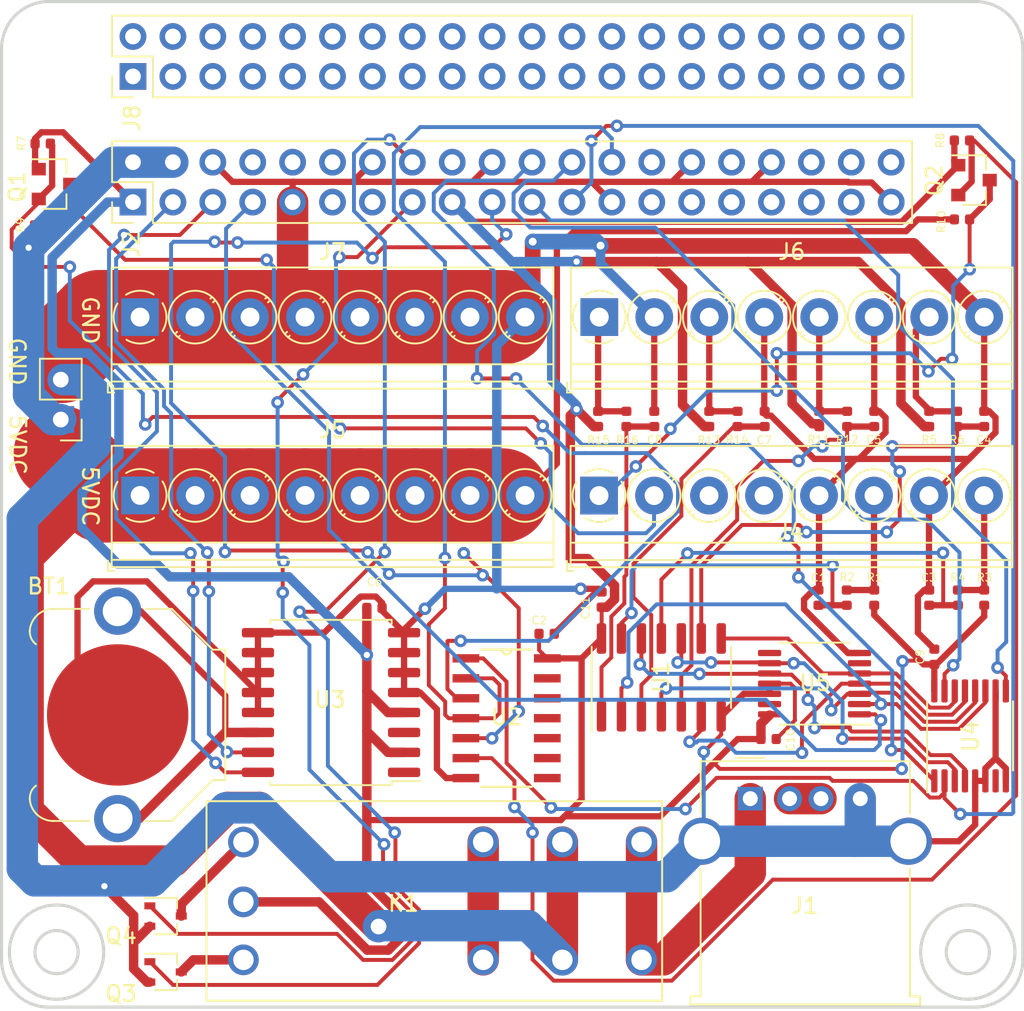
<source format=kicad_pcb>
(kicad_pcb (version 20171130) (host pcbnew 5.1.6-1.fc31)
  (layers (0 F.Cu signal) (31 B.Cu signal) (34 B.Paste user) (35 F.Paste user) (36 B.SilkS user) (37 F.SilkS user) (38 B.Mask user) (39 F.Mask user) (44 Edge.Cuts user))
  (net 0 "")
  (net 1 "Net-(BT1-Pad1)")
  (net 2 SW0_B)
  (net 3 "Net-(C1-Pad1)")
  (net 4 +3V3)
  (net 5 "Net-(C3-Pad1)")
  (net 6 "Net-(C4-Pad1)")
  (net 7 "Net-(C5-Pad1)")
  (net 8 "Net-(C7-Pad1)")
  (net 9 "Net-(C8-Pad1)")
  (net 10 "Net-(J1-Pad1)")
  (net 11 "Net-(J1-Pad2)")
  (net 12 GPIO21)
  (net 13 GPIO20)
  (net 14 GPIO26)
  (net 15 GPIO16)
  (net 16 GPIO19)
  (net 17 GPIO13)
  (net 18 GPIO12)
  (net 19 GPIO6)
  (net 20 GPIO5)
  (net 21 GPIO1)
  (net 22 GPIO0)
  (net 23 GPIO7)
  (net 24 GPIO8)
  (net 25 GPIO11)
  (net 26 BTNS_SHLD)
  (net 27 BTNS_SER)
  (net 28 DISP_SER)
  (net 29 GPIO24)
  (net 30 GPIO23)
  (net 31 GPIO22)
  (net 32 GPIO27)
  (net 33 GPIO18)
  (net 34 GPIO17)
  (net 35 GPIO15)
  (net 36 GPIO14)
  (net 37 BTN_INT)
  (net 38 GPIO3)
  (net 39 +5V)
  (net 40 GPIO2)
  (net 41 DISP_CLK_OUT)
  (net 42 DISP_SER_OUT)
  (net 43 "Net-(J4-Pad3)")
  (net 44 "Net-(J4-Pad4)")
  (net 45 SW5_A)
  (net 46 SW4_A)
  (net 47 SW3_A)
  (net 48 SW2_A)
  (net 49 SW1_A)
  (net 50 SW0_A)
  (net 51 "Net-(K1-Pad12)")
  (net 52 "Net-(K1-PadA2)")
  (net 53 "Net-(K1-PadA1)")
  (net 54 "Net-(Q1-Pad2)")
  (net 55 "Net-(Q2-Pad2)")
  (net 56 "Net-(U1-Pad2)")
  (net 57 "Net-(U1-Pad4)")
  (net 58 "Net-(U1-Pad6)")
  (net 59 "Net-(U1-Pad8)")
  (net 60 "Net-(U1-Pad10)")
  (net 61 "Net-(U1-Pad12)")
  (net 62 "Net-(U2-Pad8)")
  (net 63 "Net-(U2-Pad9)")
  (net 64 "Net-(U2-Pad10)")
  (net 65 "Net-(U2-Pad11)")
  (net 66 "Net-(U2-Pad12)")
  (net 67 "Net-(U2-Pad13)")
  (net 68 "Net-(U3-Pad1)")
  (net 69 "Net-(U3-Pad3)")
  (net 70 "Net-(U4-Pad7)")
  (net 71 "Net-(U5-Pad13)")
  (module Connector_PinHeader_2.54mm:PinHeader_2x20_P2.54mm_Vertical (layer F.Cu) (at 89.62 54 90)
    (fp_text reference J8 (at -2.65 -0.05 90) (layer F.SilkS))
    (fp_text value Raspberry_Pi_2_3-HEADERONLY)
    (pad 1 thru_hole rect (at 0 0 90) (size 1.7 1.7) (drill 1) (layers *.Cu *.Mask) (net 4 +3V3))
    (pad 2 thru_hole oval (at 2.54 0 90) (size 1.7 1.7) (drill 1) (layers *.Cu *.Mask) (net 39 +5V))
    (pad 3 thru_hole oval (at 0 2.54 90) (size 1.7 1.7) (drill 1) (layers *.Cu *.Mask) (net 40 GPIO2))
    (pad 4 thru_hole oval (at 2.54 2.54 90) (size 1.7 1.7) (drill 1) (layers *.Cu *.Mask) (net 39 +5V))
    (pad 5 thru_hole oval (at 0 5.08 90) (size 1.7 1.7) (drill 1) (layers *.Cu *.Mask) (net 38 GPIO3))
    (pad 6 thru_hole oval (at 2.54 5.08 90) (size 1.7 1.7) (drill 1) (layers *.Cu *.Mask) (net 2 SW0_B))
    (pad 7 thru_hole oval (at 0 7.62 90) (size 1.7 1.7) (drill 1) (layers *.Cu *.Mask) (net 37 BTN_INT))
    (pad 8 thru_hole oval (at 2.54 7.62 90) (size 1.7 1.7) (drill 1) (layers *.Cu *.Mask) (net 36 GPIO14))
    (pad 9 thru_hole oval (at 0 10.16 90) (size 1.7 1.7) (drill 1) (layers *.Cu *.Mask) (net 2 SW0_B))
    (pad 10 thru_hole oval (at 2.54 10.16 90) (size 1.7 1.7) (drill 1) (layers *.Cu *.Mask) (net 35 GPIO15))
    (pad 11 thru_hole oval (at 0 12.7 90) (size 1.7 1.7) (drill 1) (layers *.Cu *.Mask) (net 34 GPIO17))
    (pad 12 thru_hole oval (at 2.54 12.7 90) (size 1.7 1.7) (drill 1) (layers *.Cu *.Mask) (net 33 GPIO18))
    (pad 13 thru_hole oval (at 0 15.24 90) (size 1.7 1.7) (drill 1) (layers *.Cu *.Mask) (net 32 GPIO27))
    (pad 14 thru_hole oval (at 2.54 15.24 90) (size 1.7 1.7) (drill 1) (layers *.Cu *.Mask) (net 2 SW0_B))
    (pad 15 thru_hole oval (at 0 17.78 90) (size 1.7 1.7) (drill 1) (layers *.Cu *.Mask) (net 31 GPIO22))
    (pad 16 thru_hole oval (at 2.54 17.78 90) (size 1.7 1.7) (drill 1) (layers *.Cu *.Mask) (net 30 GPIO23))
    (pad 17 thru_hole oval (at 0 20.32 90) (size 1.7 1.7) (drill 1) (layers *.Cu *.Mask) (net 4 +3V3))
    (pad 18 thru_hole oval (at 2.54 20.32 90) (size 1.7 1.7) (drill 1) (layers *.Cu *.Mask) (net 29 GPIO24))
    (pad 19 thru_hole oval (at 0 22.86 90) (size 1.7 1.7) (drill 1) (layers *.Cu *.Mask) (net 28 DISP_SER))
    (pad 20 thru_hole oval (at 2.54 22.86 90) (size 1.7 1.7) (drill 1) (layers *.Cu *.Mask) (net 2 SW0_B))
    (pad 21 thru_hole oval (at 0 25.4 90) (size 1.7 1.7) (drill 1) (layers *.Cu *.Mask) (net 27 BTNS_SER))
    (pad 22 thru_hole oval (at 2.54 25.4 90) (size 1.7 1.7) (drill 1) (layers *.Cu *.Mask) (net 26 BTNS_SHLD))
    (pad 23 thru_hole oval (at 0 27.94 90) (size 1.7 1.7) (drill 1) (layers *.Cu *.Mask) (net 25 GPIO11))
    (pad 24 thru_hole oval (at 2.54 27.94 90) (size 1.7 1.7) (drill 1) (layers *.Cu *.Mask) (net 24 GPIO8))
    (pad 25 thru_hole oval (at 0 30.48 90) (size 1.7 1.7) (drill 1) (layers *.Cu *.Mask) (net 2 SW0_B))
    (pad 26 thru_hole oval (at 2.54 30.48 90) (size 1.7 1.7) (drill 1) (layers *.Cu *.Mask) (net 23 GPIO7))
    (pad 27 thru_hole oval (at 0 33.02 90) (size 1.7 1.7) (drill 1) (layers *.Cu *.Mask) (net 22 GPIO0))
    (pad 28 thru_hole oval (at 2.54 33.02 90) (size 1.7 1.7) (drill 1) (layers *.Cu *.Mask) (net 21 GPIO1))
    (pad 29 thru_hole oval (at 0 35.56 90) (size 1.7 1.7) (drill 1) (layers *.Cu *.Mask) (net 20 GPIO5))
    (pad 30 thru_hole oval (at 2.54 35.56 90) (size 1.7 1.7) (drill 1) (layers *.Cu *.Mask) (net 2 SW0_B))
    (pad 31 thru_hole oval (at 0 38.1 90) (size 1.7 1.7) (drill 1) (layers *.Cu *.Mask) (net 19 GPIO6))
    (pad 32 thru_hole oval (at 2.54 38.1 90) (size 1.7 1.7) (drill 1) (layers *.Cu *.Mask) (net 18 GPIO12))
    (pad 33 thru_hole oval (at 0 40.64 90) (size 1.7 1.7) (drill 1) (layers *.Cu *.Mask) (net 17 GPIO13))
    (pad 34 thru_hole oval (at 2.54 40.64 90) (size 1.7 1.7) (drill 1) (layers *.Cu *.Mask) (net 2 SW0_B))
    (pad 35 thru_hole oval (at 0 43.18 90) (size 1.7 1.7) (drill 1) (layers *.Cu *.Mask) (net 16 GPIO19))
    (pad 36 thru_hole oval (at 2.54 43.18 90) (size 1.7 1.7) (drill 1) (layers *.Cu *.Mask) (net 15 GPIO16))
    (pad 37 thru_hole oval (at 0 45.72 90) (size 1.7 1.7) (drill 1) (layers *.Cu *.Mask) (net 14 GPIO26))
    (pad 38 thru_hole oval (at 2.54 45.72 90) (size 1.7 1.7) (drill 1) (layers *.Cu *.Mask) (net 13 GPIO20))
    (pad 39 thru_hole oval (at 0 48.26 90) (size 1.7 1.7) (drill 1) (layers *.Cu *.Mask) (net 2 SW0_B))
    (pad 40 thru_hole oval (at 2.54 48.26 90) (size 1.7 1.7) (drill 1) (layers *.Cu *.Mask) (net 12 GPIO21))
  )
  (module NIlesCustom:TerminalBlock_Phoenix_PT-1,5-8-3.5-H_1x08_P3.50mm_Horizontal_wMaleEndSpacing (layer F.Cu) (at 90.07 69.32)
    (fp_text reference J7 (at 12.25 -4.16) (layer F.SilkS))
    (fp_text value GND_BANK)
    (pad 1 thru_hole rect (at 0 0) (size 2.4 2.4) (drill 1.2) (layers *.Cu *.Mask) (net 2 SW0_B))
    (pad 2 thru_hole circle (at 3.5 0) (size 2.4 2.4) (drill 1.2) (layers *.Cu *.Mask) (net 2 SW0_B))
    (pad 3 thru_hole circle (at 7 0) (size 2.4 2.4) (drill 1.2) (layers *.Cu *.Mask) (net 2 SW0_B))
    (pad 4 thru_hole circle (at 10.5 0) (size 2.4 2.4) (drill 1.2) (layers *.Cu *.Mask) (net 2 SW0_B))
    (pad 5 thru_hole circle (at 14 0) (size 2.4 2.4) (drill 1.2) (layers *.Cu *.Mask) (net 2 SW0_B))
    (pad 6 thru_hole circle (at 17.5 0) (size 2.4 2.4) (drill 1.2) (layers *.Cu *.Mask) (net 2 SW0_B))
    (pad 7 thru_hole circle (at 21 0) (size 2.4 2.4) (drill 1.2) (layers *.Cu *.Mask) (net 2 SW0_B))
    (pad 8 thru_hole circle (at 24.5 0) (size 2.4 2.4) (drill 1.2) (layers *.Cu *.Mask) (net 2 SW0_B))
  )
  (module Capacitor_SMD:C_0402_1005Metric (layer F.Cu) (at 133.25 87.175 90)
    (fp_text reference C1 (at 1.275 0 180) (layer F.SilkS) (effects (font (size 0.5 0.5) (thickness 0.07))))
    (fp_text value 0.1uF)
    (pad 2 smd roundrect (at 0.485 0 90) (size 0.59 0.64) (layers F.Cu F.Paste F.Mask) (net 2 SW0_B))
    (pad 1 smd roundrect (at -0.485 0 90) (size 0.59 0.64) (layers F.Cu F.Paste F.Mask) (net 3 "Net-(C1-Pad1)"))
  )
  (module Capacitor_SMD:C_0402_1005Metric (layer F.Cu) (at 115.95 89.475)
    (fp_text reference C2 (at -0.475 -0.85) (layer F.SilkS) (effects (font (size 0.5 0.5) (thickness 0.07))))
    (fp_text value 0.1uF)
    (pad 2 smd roundrect (at 0.485 0) (size 0.59 0.64) (layers F.Cu F.Paste F.Mask) (net 2 SW0_B))
    (pad 1 smd roundrect (at -0.485 0) (size 0.59 0.64) (layers F.Cu F.Paste F.Mask) (net 4 +3V3))
  )
  (module Capacitor_SMD:C_0402_1005Metric (layer F.Cu) (at 140.3 87.175 90)
    (fp_text reference C3 (at 1.275 -0.025 180) (layer F.SilkS) (effects (font (size 0.5 0.5) (thickness 0.07))))
    (fp_text value 0.1uF)
    (pad 2 smd roundrect (at 0.485 0 90) (size 0.59 0.64) (layers F.Cu F.Paste F.Mask) (net 2 SW0_B))
    (pad 1 smd roundrect (at -0.485 0 90) (size 0.59 0.64) (layers F.Cu F.Paste F.Mask) (net 5 "Net-(C3-Pad1)"))
  )
  (module Capacitor_SMD:C_0402_1005Metric (layer F.Cu) (at 143.8 75.8 90)
    (fp_text reference C4 (at -1.34 -0.025 180) (layer F.SilkS) (effects (font (size 0.5 0.5) (thickness 0.07))))
    (fp_text value 0.1uF)
    (pad 2 smd roundrect (at 0.485 0 90) (size 0.59 0.64) (layers F.Cu F.Paste F.Mask) (net 2 SW0_B))
    (pad 1 smd roundrect (at -0.485 0 90) (size 0.59 0.64) (layers F.Cu F.Paste F.Mask) (net 6 "Net-(C4-Pad1)"))
  )
  (module Capacitor_SMD:C_0402_1005Metric (layer F.Cu) (at 136.8 75.8 90)
    (fp_text reference C5 (at -1.325 -0.025 180) (layer F.SilkS) (effects (font (size 0.5 0.5) (thickness 0.07))))
    (fp_text value 0.1uF)
    (pad 2 smd roundrect (at 0.485 0 90) (size 0.59 0.64) (layers F.Cu F.Paste F.Mask) (net 2 SW0_B))
    (pad 1 smd roundrect (at -0.485 0 90) (size 0.59 0.64) (layers F.Cu F.Paste F.Mask) (net 7 "Net-(C5-Pad1)"))
  )
  (module Capacitor_SMD:C_0402_1005Metric (layer F.Cu) (at 104.99 87.825)
    (fp_text reference C6 (at 0 -1.65) (layer F.SilkS) (effects (font (size 0.5 0.5) (thickness 0.07))))
    (fp_text value 0.1uF)
    (pad 2 smd roundrect (at 0.485 0) (size 0.59 0.64) (layers F.Cu F.Paste F.Mask) (net 2 SW0_B))
    (pad 1 smd roundrect (at -0.485 0) (size 0.59 0.64) (layers F.Cu F.Paste F.Mask) (net 4 +3V3))
  )
  (module Capacitor_SMD:C_0402_1005Metric (layer F.Cu) (at 129.825 75.8 90)
    (fp_text reference C7 (at -1.35 -0.025 180) (layer F.SilkS) (effects (font (size 0.5 0.5) (thickness 0.07))))
    (fp_text value 0.1uF)
    (pad 2 smd roundrect (at 0.485 0 90) (size 0.59 0.64) (layers F.Cu F.Paste F.Mask) (net 2 SW0_B))
    (pad 1 smd roundrect (at -0.485 0 90) (size 0.59 0.64) (layers F.Cu F.Paste F.Mask) (net 8 "Net-(C7-Pad1)"))
  )
  (module Capacitor_SMD:C_0402_1005Metric (layer F.Cu) (at 122.8 75.8 90)
    (fp_text reference C8 (at -1.325 0.025 180) (layer F.SilkS) (effects (font (size 0.5 0.5) (thickness 0.07))))
    (fp_text value 0.1uF)
    (pad 2 smd roundrect (at 0.485 0 90) (size 0.59 0.64) (layers F.Cu F.Paste F.Mask) (net 2 SW0_B))
    (pad 1 smd roundrect (at -0.485 0 90) (size 0.59 0.64) (layers F.Cu F.Paste F.Mask) (net 9 "Net-(C8-Pad1)"))
  )
  (module Capacitor_SMD:C_0402_1005Metric (layer F.Cu) (at 140.625 90.94 270)
    (fp_text reference C9 (at 0 0.9 90) (layer F.SilkS) (effects (font (size 0.5 0.5) (thickness 0.07))))
    (fp_text value 0.1uF)
    (pad 2 smd roundrect (at 0.485 0 270) (size 0.59 0.64) (layers F.Cu F.Paste F.Mask) (net 4 +3V3))
    (pad 1 smd roundrect (at -0.485 0 270) (size 0.59 0.64) (layers F.Cu F.Paste F.Mask) (net 2 SW0_B))
  )
  (module Capacitor_SMD:C_0402_1005Metric (layer F.Cu) (at 130.075 96.175)
    (fp_text reference C10 (at 1.4 0.05 90) (layer F.SilkS) (effects (font (size 0.5 0.5) (thickness 0.07))))
    (fp_text value 0.1uF)
    (pad 2 smd roundrect (at 0.485 0) (size 0.59 0.64) (layers F.Cu F.Paste F.Mask) (net 2 SW0_B))
    (pad 1 smd roundrect (at -0.485 0) (size 0.59 0.64) (layers F.Cu F.Paste F.Mask) (net 4 +3V3))
  )
  (module Capacitor_SMD:C_0402_1005Metric (layer F.Cu) (at 119.45 87.3 270)
    (fp_text reference C11 (at 0.525 1.025 90) (layer F.SilkS) (effects (font (size 0.5 0.5) (thickness 0.07))))
    (fp_text value 0.1uF)
    (pad 2 smd roundrect (at 0.485 0 270) (size 0.59 0.64) (layers F.Cu F.Paste F.Mask) (net 4 +3V3))
    (pad 1 smd roundrect (at -0.485 0 270) (size 0.59 0.64) (layers F.Cu F.Paste F.Mask) (net 2 SW0_B))
  )
  (module Resistor_SMD:R_0402_1005Metric (layer F.Cu) (at 136.8 87.175 90)
    (fp_text reference R1 (at 1.285 0.025 180) (layer F.SilkS) (effects (font (size 0.5 0.5) (thickness 0.07))))
    (fp_text value 10K)
    (pad 2 smd roundrect (at 0.485 0 90) (size 0.59 0.64) (layers F.Cu F.Paste F.Mask) (net 45 SW5_A))
    (pad 1 smd roundrect (at -0.485 0 90) (size 0.59 0.64) (layers F.Cu F.Paste F.Mask) (net 4 +3V3))
  )
  (module Resistor_SMD:R_0402_1005Metric (layer F.Cu) (at 135.05 87.175 90)
    (fp_text reference R2 (at 1.3 0.025 180) (layer F.SilkS) (effects (font (size 0.5 0.5) (thickness 0.07))))
    (fp_text value 10K)
    (pad 2 smd roundrect (at 0.485 0 90) (size 0.59 0.64) (layers F.Cu F.Paste F.Mask) (net 45 SW5_A))
    (pad 1 smd roundrect (at -0.485 0 90) (size 0.59 0.64) (layers F.Cu F.Paste F.Mask) (net 3 "Net-(C1-Pad1)"))
  )
  (module Resistor_SMD:R_0402_1005Metric (layer F.Cu) (at 143.8 87.175 90)
    (fp_text reference R3 (at 1.275 0.025 180) (layer F.SilkS) (effects (font (size 0.5 0.5) (thickness 0.07))))
    (fp_text value 10K)
    (pad 2 smd roundrect (at 0.485 0 90) (size 0.59 0.64) (layers F.Cu F.Paste F.Mask) (net 46 SW4_A))
    (pad 1 smd roundrect (at -0.485 0 90) (size 0.59 0.64) (layers F.Cu F.Paste F.Mask) (net 4 +3V3))
  )
  (module Resistor_SMD:R_0402_1005Metric (layer F.Cu) (at 142.125 87.175 90)
    (fp_text reference R4 (at 1.29 0 180) (layer F.SilkS) (effects (font (size 0.5 0.5) (thickness 0.07))))
    (fp_text value 10K)
    (pad 2 smd roundrect (at 0.485 0 90) (size 0.59 0.64) (layers F.Cu F.Paste F.Mask) (net 46 SW4_A))
    (pad 1 smd roundrect (at -0.485 0 90) (size 0.59 0.64) (layers F.Cu F.Paste F.Mask) (net 5 "Net-(C3-Pad1)"))
  )
  (module Resistor_SMD:R_0402_1005Metric (layer F.Cu) (at 140.3 75.8 90)
    (fp_text reference R5 (at -1.325 0 180) (layer F.SilkS) (effects (font (size 0.5 0.5) (thickness 0.07))))
    (fp_text value 10K)
    (pad 2 smd roundrect (at 0.485 0 90) (size 0.59 0.64) (layers F.Cu F.Paste F.Mask) (net 47 SW3_A))
    (pad 1 smd roundrect (at -0.485 0 90) (size 0.59 0.64) (layers F.Cu F.Paste F.Mask) (net 4 +3V3))
  )
  (module Resistor_SMD:R_0402_1005Metric (layer F.Cu) (at 142.075 75.8 90)
    (fp_text reference R6 (at -1.325 0 180) (layer F.SilkS) (effects (font (size 0.5 0.5) (thickness 0.07))))
    (fp_text value 10K)
    (pad 2 smd roundrect (at 0.485 0 90) (size 0.59 0.64) (layers F.Cu F.Paste F.Mask) (net 47 SW3_A))
    (pad 1 smd roundrect (at -0.485 0 90) (size 0.59 0.64) (layers F.Cu F.Paste F.Mask) (net 6 "Net-(C4-Pad1)"))
  )
  (module Resistor_SMD:R_0402_1005Metric (layer F.Cu) (at 83.875 58.275)
    (fp_text reference R7 (at -1.35 -0.025 90) (layer F.SilkS) (effects (font (size 0.5 0.5) (thickness 0.07))))
    (fp_text value 10K)
    (pad 2 smd roundrect (at 0.485 0) (size 0.59 0.64) (layers F.Cu F.Paste F.Mask) (net 54 "Net-(Q1-Pad2)"))
    (pad 1 smd roundrect (at -0.485 0) (size 0.59 0.64) (layers F.Cu F.Paste F.Mask) (net 4 +3V3))
  )
  (module Resistor_SMD:R_0402_1005Metric (layer F.Cu) (at 142.385 58.075)
    (fp_text reference R8 (at -1.385 0 90) (layer F.SilkS) (effects (font (size 0.5 0.5) (thickness 0.07))))
    (fp_text value 10K)
    (pad 2 smd roundrect (at 0.485 0) (size 0.59 0.64) (layers F.Cu F.Paste F.Mask) (net 55 "Net-(Q2-Pad2)"))
    (pad 1 smd roundrect (at -0.485 0) (size 0.59 0.64) (layers F.Cu F.Paste F.Mask) (net 4 +3V3))
  )
  (module Resistor_SMD:R_0402_1005Metric (layer F.Cu) (at 83.84 63.475)
    (fp_text reference R9 (at -1.39 -0.025 90) (layer F.SilkS) (effects (font (size 0.5 0.5) (thickness 0.07))))
    (fp_text value 10K)
    (pad 2 smd roundrect (at 0.485 0) (size 0.59 0.64) (layers F.Cu F.Paste F.Mask) (net 42 DISP_SER_OUT))
    (pad 1 smd roundrect (at -0.485 0) (size 0.59 0.64) (layers F.Cu F.Paste F.Mask) (net 39 +5V))
  )
  (module Resistor_SMD:R_0402_1005Metric (layer F.Cu) (at 142.385 63.1)
    (fp_text reference R10 (at -1.315 0.15 90) (layer F.SilkS) (effects (font (size 0.5 0.5) (thickness 0.07))))
    (fp_text value 10K)
    (pad 2 smd roundrect (at 0.485 0) (size 0.59 0.64) (layers F.Cu F.Paste F.Mask) (net 41 DISP_CLK_OUT))
    (pad 1 smd roundrect (at -0.485 0) (size 0.59 0.64) (layers F.Cu F.Paste F.Mask) (net 39 +5V))
  )
  (module Resistor_SMD:R_0402_1005Metric (layer F.Cu) (at 133.3 75.8 90)
    (fp_text reference R11 (at -1.31 -0.025 180) (layer F.SilkS) (effects (font (size 0.5 0.5) (thickness 0.07))))
    (fp_text value 10K)
    (pad 2 smd roundrect (at 0.485 0 90) (size 0.59 0.64) (layers F.Cu F.Paste F.Mask) (net 48 SW2_A))
    (pad 1 smd roundrect (at -0.485 0 90) (size 0.59 0.64) (layers F.Cu F.Paste F.Mask) (net 4 +3V3))
  )
  (module Resistor_SMD:R_0402_1005Metric (layer F.Cu) (at 135.075 75.8 90)
    (fp_text reference R12 (at -1.315 0 180) (layer F.SilkS) (effects (font (size 0.5 0.5) (thickness 0.07))))
    (fp_text value 10K)
    (pad 2 smd roundrect (at 0.485 0 90) (size 0.59 0.64) (layers F.Cu F.Paste F.Mask) (net 48 SW2_A))
    (pad 1 smd roundrect (at -0.485 0 90) (size 0.59 0.64) (layers F.Cu F.Paste F.Mask) (net 7 "Net-(C5-Pad1)"))
  )
  (module Resistor_SMD:R_0402_1005Metric (layer F.Cu) (at 126.3 75.8 90)
    (fp_text reference R13 (at -1.35 -0.025 180) (layer F.SilkS) (effects (font (size 0.5 0.5) (thickness 0.07))))
    (fp_text value 10K)
    (pad 2 smd roundrect (at 0.485 0 90) (size 0.59 0.64) (layers F.Cu F.Paste F.Mask) (net 49 SW1_A))
    (pad 1 smd roundrect (at -0.485 0 90) (size 0.59 0.64) (layers F.Cu F.Paste F.Mask) (net 4 +3V3))
  )
  (module Resistor_SMD:R_0402_1005Metric (layer F.Cu) (at 128.1 75.8 90)
    (fp_text reference R14 (at -1.325 -0.025 180) (layer F.SilkS) (effects (font (size 0.5 0.5) (thickness 0.07))))
    (fp_text value 10K)
    (pad 2 smd roundrect (at 0.485 0 90) (size 0.59 0.64) (layers F.Cu F.Paste F.Mask) (net 49 SW1_A))
    (pad 1 smd roundrect (at -0.485 0 90) (size 0.59 0.64) (layers F.Cu F.Paste F.Mask) (net 8 "Net-(C7-Pad1)"))
  )
  (module Resistor_SMD:R_0402_1005Metric (layer F.Cu) (at 119.225 75.8 90)
    (fp_text reference R15 (at -1.35 0.025 180) (layer F.SilkS) (effects (font (size 0.5 0.5) (thickness 0.07))))
    (fp_text value 10K)
    (pad 2 smd roundrect (at 0.485 0 90) (size 0.59 0.64) (layers F.Cu F.Paste F.Mask) (net 50 SW0_A))
    (pad 1 smd roundrect (at -0.485 0 90) (size 0.59 0.64) (layers F.Cu F.Paste F.Mask) (net 4 +3V3))
  )
  (module Resistor_SMD:R_0402_1005Metric (layer F.Cu) (at 121.025 75.8 90)
    (fp_text reference R16 (at -1.35 0.05 180) (layer F.SilkS) (effects (font (size 0.5 0.5) (thickness 0.07))))
    (fp_text value 10K)
    (pad 2 smd roundrect (at 0.485 0 90) (size 0.59 0.64) (layers F.Cu F.Paste F.Mask) (net 50 SW0_A))
    (pad 1 smd roundrect (at -0.485 0 90) (size 0.59 0.64) (layers F.Cu F.Paste F.Mask) (net 9 "Net-(C8-Pad1)"))
  )
  (module NIlesCustom:TerminalBlock_Phoenix_PT-1,5-8-3.5-H_1x08_P3.50mm_Horizontal_wMaleEndSpacing (layer F.Cu) (at 119.285 80.68)
    (fp_text reference J4 (at 12.19 2.32) (layer F.SilkS))
    (fp_text value BTN_BANK_1)
    (pad 1 thru_hole rect (at 0 0) (size 2.4 2.4) (drill 1.2) (layers *.Cu *.Mask) (net 41 DISP_CLK_OUT))
    (pad 2 thru_hole circle (at 3.5 0) (size 2.4 2.4) (drill 1.2) (layers *.Cu *.Mask) (net 42 DISP_SER_OUT))
    (pad 3 thru_hole circle (at 7 0) (size 2.4 2.4) (drill 1.2) (layers *.Cu *.Mask) (net 43 "Net-(J4-Pad3)"))
    (pad 4 thru_hole circle (at 10.5 0) (size 2.4 2.4) (drill 1.2) (layers *.Cu *.Mask) (net 44 "Net-(J4-Pad4)"))
    (pad 5 thru_hole circle (at 14 0) (size 2.4 2.4) (drill 1.2) (layers *.Cu *.Mask) (net 2 SW0_B))
    (pad 6 thru_hole circle (at 17.5 0) (size 2.4 2.4) (drill 1.2) (layers *.Cu *.Mask) (net 45 SW5_A))
    (pad 7 thru_hole circle (at 21 0) (size 2.4 2.4) (drill 1.2) (layers *.Cu *.Mask) (net 2 SW0_B))
    (pad 8 thru_hole circle (at 24.5 0) (size 2.4 2.4) (drill 1.2) (layers *.Cu *.Mask) (net 46 SW4_A))
  )
  (module NIlesCustom:TerminalBlock_Phoenix_PT-1,5-8-3.5-H_1x08_P3.50mm_Horizontal_wMaleEndSpacing (layer F.Cu) (at 90.075 80.67)
    (fp_text reference J5 (at 12.25 -4.16) (layer F.SilkS))
    (fp_text value 5VDC_BANK)
    (pad 1 thru_hole rect (at 0 0) (size 2.4 2.4) (drill 1.2) (layers *.Cu *.Mask) (net 39 +5V))
    (pad 2 thru_hole circle (at 3.5 0) (size 2.4 2.4) (drill 1.2) (layers *.Cu *.Mask) (net 39 +5V))
    (pad 3 thru_hole circle (at 7 0) (size 2.4 2.4) (drill 1.2) (layers *.Cu *.Mask) (net 39 +5V))
    (pad 4 thru_hole circle (at 10.5 0) (size 2.4 2.4) (drill 1.2) (layers *.Cu *.Mask) (net 39 +5V))
    (pad 5 thru_hole circle (at 14 0) (size 2.4 2.4) (drill 1.2) (layers *.Cu *.Mask) (net 39 +5V))
    (pad 6 thru_hole circle (at 17.5 0) (size 2.4 2.4) (drill 1.2) (layers *.Cu *.Mask) (net 39 +5V))
    (pad 7 thru_hole circle (at 21 0) (size 2.4 2.4) (drill 1.2) (layers *.Cu *.Mask) (net 39 +5V))
    (pad 8 thru_hole circle (at 24.5 0) (size 2.4 2.4) (drill 1.2) (layers *.Cu *.Mask) (net 39 +5V))
  )
  (module NIlesCustom:TerminalBlock_Phoenix_PT-1,5-8-3.5-H_1x08_P3.50mm_Horizontal_wMaleEndSpacing (layer F.Cu) (at 119.3 69.32)
    (fp_text reference J6 (at 12.25 -4.16) (layer F.SilkS))
    (fp_text value BTN_BANK_0)
    (pad 1 thru_hole rect (at 0 0) (size 2.4 2.4) (drill 1.2) (layers *.Cu *.Mask) (net 50 SW0_A))
    (pad 2 thru_hole circle (at 3.5 0) (size 2.4 2.4) (drill 1.2) (layers *.Cu *.Mask) (net 2 SW0_B))
    (pad 3 thru_hole circle (at 7 0) (size 2.4 2.4) (drill 1.2) (layers *.Cu *.Mask) (net 49 SW1_A))
    (pad 4 thru_hole circle (at 10.5 0) (size 2.4 2.4) (drill 1.2) (layers *.Cu *.Mask) (net 2 SW0_B))
    (pad 5 thru_hole circle (at 14 0) (size 2.4 2.4) (drill 1.2) (layers *.Cu *.Mask) (net 48 SW2_A))
    (pad 6 thru_hole circle (at 17.5 0) (size 2.4 2.4) (drill 1.2) (layers *.Cu *.Mask) (net 2 SW0_B))
    (pad 7 thru_hole circle (at 21 0) (size 2.4 2.4) (drill 1.2) (layers *.Cu *.Mask) (net 47 SW3_A))
    (pad 8 thru_hole circle (at 24.5 0) (size 2.4 2.4) (drill 1.2) (layers *.Cu *.Mask) (net 2 SW0_B))
  )
  (module Battery:BatteryHolder_Keystone_3001_1x12mm (layer F.Cu) (at 88.646 94.64 270)
    (fp_text reference BT1 (at -8.19 4.39 180) (layer F.SilkS))
    (fp_text value CR1220)
    (pad 1 thru_hole circle (at -6.6 0 270) (size 3 3) (drill 1.9) (layers *.Cu *.Mask) (net 1 "Net-(BT1-Pad1)"))
    (pad 1 thru_hole circle (at 6.6 0 270) (size 3 3) (drill 1.9) (layers *.Cu *.Mask) (net 1 "Net-(BT1-Pad1)"))
    (pad 2 smd circle (at 0 0 270) (size 9 9) (layers F.Cu F.Mask) (net 2 SW0_B))
  )
  (module Connector_USB:USB_A_Molex_67643_Horizontal (layer F.Cu) (at 128.91 99.97)
    (fp_text reference J1 (at 3.465 6.805) (layer F.SilkS))
    (fp_text value USB_A)
    (pad 5 thru_hole circle (at -3.07 2.71) (size 3 3) (drill 2.3) (layers *.Cu *.Mask) (net 2 SW0_B))
    (pad 5 thru_hole circle (at 10.07 2.71) (size 3 3) (drill 2.3) (layers *.Cu *.Mask) (net 2 SW0_B))
    (pad 1 thru_hole rect (at 0 0) (size 1.6 1.5) (drill 0.95) (layers *.Cu *.Mask) (net 10 "Net-(J1-Pad1)"))
    (pad 2 thru_hole circle (at 2.5 0) (size 1.6 1.6) (drill 0.95) (layers *.Cu *.Mask) (net 11 "Net-(J1-Pad2)"))
    (pad 3 thru_hole circle (at 4.5 0) (size 1.6 1.6) (drill 0.95) (layers *.Cu *.Mask) (net 11 "Net-(J1-Pad2)"))
    (pad 4 thru_hole circle (at 7 0) (size 1.6 1.6) (drill 0.95) (layers *.Cu *.Mask) (net 2 SW0_B))
  )
  (module Connector_PinHeader_2.54mm:PinHeader_2x20_P2.54mm_Vertical (layer F.Cu) (at 89.62 62 90)
    (fp_text reference J2 (at -2.68 -0.1 90) (layer F.SilkS))
    (fp_text value Raspberry_Pi_2_3)
    (pad 40 thru_hole oval (at 2.54 48.26 90) (size 1.7 1.7) (drill 1) (layers *.Cu *.Mask) (net 12 GPIO21))
    (pad 39 thru_hole oval (at 0 48.26 90) (size 1.7 1.7) (drill 1) (layers *.Cu *.Mask) (net 2 SW0_B))
    (pad 38 thru_hole oval (at 2.54 45.72 90) (size 1.7 1.7) (drill 1) (layers *.Cu *.Mask) (net 13 GPIO20))
    (pad 37 thru_hole oval (at 0 45.72 90) (size 1.7 1.7) (drill 1) (layers *.Cu *.Mask) (net 14 GPIO26))
    (pad 36 thru_hole oval (at 2.54 43.18 90) (size 1.7 1.7) (drill 1) (layers *.Cu *.Mask) (net 15 GPIO16))
    (pad 35 thru_hole oval (at 0 43.18 90) (size 1.7 1.7) (drill 1) (layers *.Cu *.Mask) (net 16 GPIO19))
    (pad 34 thru_hole oval (at 2.54 40.64 90) (size 1.7 1.7) (drill 1) (layers *.Cu *.Mask) (net 2 SW0_B))
    (pad 33 thru_hole oval (at 0 40.64 90) (size 1.7 1.7) (drill 1) (layers *.Cu *.Mask) (net 17 GPIO13))
    (pad 32 thru_hole oval (at 2.54 38.1 90) (size 1.7 1.7) (drill 1) (layers *.Cu *.Mask) (net 18 GPIO12))
    (pad 31 thru_hole oval (at 0 38.1 90) (size 1.7 1.7) (drill 1) (layers *.Cu *.Mask) (net 19 GPIO6))
    (pad 30 thru_hole oval (at 2.54 35.56 90) (size 1.7 1.7) (drill 1) (layers *.Cu *.Mask) (net 2 SW0_B))
    (pad 29 thru_hole oval (at 0 35.56 90) (size 1.7 1.7) (drill 1) (layers *.Cu *.Mask) (net 20 GPIO5))
    (pad 28 thru_hole oval (at 2.54 33.02 90) (size 1.7 1.7) (drill 1) (layers *.Cu *.Mask) (net 21 GPIO1))
    (pad 27 thru_hole oval (at 0 33.02 90) (size 1.7 1.7) (drill 1) (layers *.Cu *.Mask) (net 22 GPIO0))
    (pad 26 thru_hole oval (at 2.54 30.48 90) (size 1.7 1.7) (drill 1) (layers *.Cu *.Mask) (net 23 GPIO7))
    (pad 25 thru_hole oval (at 0 30.48 90) (size 1.7 1.7) (drill 1) (layers *.Cu *.Mask) (net 2 SW0_B))
    (pad 24 thru_hole oval (at 2.54 27.94 90) (size 1.7 1.7) (drill 1) (layers *.Cu *.Mask) (net 24 GPIO8))
    (pad 23 thru_hole oval (at 0 27.94 90) (size 1.7 1.7) (drill 1) (layers *.Cu *.Mask) (net 25 GPIO11))
    (pad 22 thru_hole oval (at 2.54 25.4 90) (size 1.7 1.7) (drill 1) (layers *.Cu *.Mask) (net 26 BTNS_SHLD))
    (pad 21 thru_hole oval (at 0 25.4 90) (size 1.7 1.7) (drill 1) (layers *.Cu *.Mask) (net 27 BTNS_SER))
    (pad 20 thru_hole oval (at 2.54 22.86 90) (size 1.7 1.7) (drill 1) (layers *.Cu *.Mask) (net 2 SW0_B))
    (pad 19 thru_hole oval (at 0 22.86 90) (size 1.7 1.7) (drill 1) (layers *.Cu *.Mask) (net 28 DISP_SER))
    (pad 18 thru_hole oval (at 2.54 20.32 90) (size 1.7 1.7) (drill 1) (layers *.Cu *.Mask) (net 29 GPIO24))
    (pad 17 thru_hole oval (at 0 20.32 90) (size 1.7 1.7) (drill 1) (layers *.Cu *.Mask) (net 4 +3V3))
    (pad 16 thru_hole oval (at 2.54 17.78 90) (size 1.7 1.7) (drill 1) (layers *.Cu *.Mask) (net 30 GPIO23))
    (pad 15 thru_hole oval (at 0 17.78 90) (size 1.7 1.7) (drill 1) (layers *.Cu *.Mask) (net 31 GPIO22))
    (pad 14 thru_hole oval (at 2.54 15.24 90) (size 1.7 1.7) (drill 1) (layers *.Cu *.Mask) (net 2 SW0_B))
    (pad 13 thru_hole oval (at 0 15.24 90) (size 1.7 1.7) (drill 1) (layers *.Cu *.Mask) (net 32 GPIO27))
    (pad 12 thru_hole oval (at 2.54 12.7 90) (size 1.7 1.7) (drill 1) (layers *.Cu *.Mask) (net 33 GPIO18))
    (pad 11 thru_hole oval (at 0 12.7 90) (size 1.7 1.7) (drill 1) (layers *.Cu *.Mask) (net 34 GPIO17))
    (pad 10 thru_hole oval (at 2.54 10.16 90) (size 1.7 1.7) (drill 1) (layers *.Cu *.Mask) (net 35 GPIO15))
    (pad 9 thru_hole oval (at 0 10.16 90) (size 1.7 1.7) (drill 1) (layers *.Cu *.Mask) (net 2 SW0_B))
    (pad 8 thru_hole oval (at 2.54 7.62 90) (size 1.7 1.7) (drill 1) (layers *.Cu *.Mask) (net 36 GPIO14))
    (pad 7 thru_hole oval (at 0 7.62 90) (size 1.7 1.7) (drill 1) (layers *.Cu *.Mask) (net 37 BTN_INT))
    (pad 6 thru_hole oval (at 2.54 5.08 90) (size 1.7 1.7) (drill 1) (layers *.Cu *.Mask) (net 2 SW0_B))
    (pad 5 thru_hole oval (at 0 5.08 90) (size 1.7 1.7) (drill 1) (layers *.Cu *.Mask) (net 38 GPIO3))
    (pad 4 thru_hole oval (at 2.54 2.54 90) (size 1.7 1.7) (drill 1) (layers *.Cu *.Mask) (net 39 +5V))
    (pad 3 thru_hole oval (at 0 2.54 90) (size 1.7 1.7) (drill 1) (layers *.Cu *.Mask) (net 40 GPIO2))
    (pad 2 thru_hole oval (at 2.54 0 90) (size 1.7 1.7) (drill 1) (layers *.Cu *.Mask) (net 39 +5V))
    (pad 1 thru_hole rect (at 0 0 90) (size 1.7 1.7) (drill 1) (layers *.Cu *.Mask) (net 4 +3V3))
  )
  (module Connector_PinHeader_2.54mm:PinHeader_1x02_P2.54mm_Vertical (layer F.Cu) (at 85.025 75.84 180)
    (fp_text reference J3 hide)
    (fp_text value Barrel_Jack)
    (pad 1 thru_hole rect (at 0 0 180) (size 1.7 1.7) (drill 1) (layers *.Cu *.Mask) (net 39 +5V))
    (pad 2 thru_hole oval (at 0 2.54 180) (size 1.7 1.7) (drill 1) (layers *.Cu *.Mask) (net 2 SW0_B))
  )
  (module RELAY_RT314F03:RELAY_RT314F03 (layer F.Cu) (at 109.33 106.48)
    (fp_text reference K1 (at -2.49 0.17) (layer F.SilkS))
    (fp_text value RT314F03)
    (pad 12 thru_hole circle (at 2.58 3.75) (size 1.95 1.95) (drill 1.3) (layers *.Cu *.Mask) (net 51 "Net-(K1-Pad12)"))
    (pad 2 thru_hole circle (at 2.58 -3.75) (size 1.95 1.95) (drill 1.3) (layers *.Cu *.Mask) (net 51 "Net-(K1-Pad12)"))
    (pad 1 thru_hole circle (at 7.62 -3.75) (size 1.95 1.95) (drill 1.3) (layers *.Cu *.Mask) (net 39 +5V))
    (pad 11 thru_hole circle (at 7.62 3.75) (size 1.95 1.95) (drill 1.3) (layers *.Cu *.Mask) (net 39 +5V))
    (pad 14 thru_hole circle (at 12.66 3.75) (size 1.95 1.95) (drill 1.3) (layers *.Cu *.Mask) (net 10 "Net-(J1-Pad1)"))
    (pad 4 thru_hole circle (at 12.66 -3.75) (size 1.95 1.95) (drill 1.3) (layers *.Cu *.Mask) (net 10 "Net-(J1-Pad1)"))
    (pad A2 thru_hole circle (at -12.68 -3.75) (size 1.95 1.95) (drill 1.3) (layers *.Cu *.Mask) (net 52 "Net-(K1-PadA2)"))
    (pad A1 thru_hole circle (at -12.68 3.75) (size 1.95 1.95) (drill 1.3) (layers *.Cu *.Mask) (net 53 "Net-(K1-PadA1)"))
    (pad A3 thru_hole circle (at -12.68 0.06) (size 1.95 1.95) (drill 1.3) (layers *.Cu *.Mask) (net 4 +3V3))
  )
  (module Package_TO_SOT_SMD:SOT-23 (layer F.Cu) (at 84.625 60.85)
    (fp_text reference Q1 (at -2.375 0.175 90) (layer F.SilkS))
    (fp_text value BSS138)
    (pad 3 smd rect (at 1 0) (size 0.9 0.8) (layers F.Cu F.Paste F.Mask) (net 42 DISP_SER_OUT))
    (pad 2 smd rect (at -1 0.95) (size 0.9 0.8) (layers F.Cu F.Paste F.Mask) (net 54 "Net-(Q1-Pad2)"))
    (pad 1 smd rect (at -1 -0.95) (size 0.9 0.8) (layers F.Cu F.Paste F.Mask) (net 4 +3V3))
  )
  (module Package_TO_SOT_SMD:SOT-23 (layer F.Cu) (at 143.15 60.6)
    (fp_text reference Q2 (at -2.525 0.025 90) (layer F.SilkS))
    (fp_text value BSS138)
    (pad 1 smd rect (at -1 -0.95) (size 0.9 0.8) (layers F.Cu F.Paste F.Mask) (net 4 +3V3))
    (pad 2 smd rect (at -1 0.95) (size 0.9 0.8) (layers F.Cu F.Paste F.Mask) (net 55 "Net-(Q2-Pad2)"))
    (pad 3 smd rect (at 1 0) (size 0.9 0.8) (layers F.Cu F.Paste F.Mask) (net 41 DISP_CLK_OUT))
  )
  (module Package_TO_SOT_SMD:SOT-323_SC-70 (layer F.Cu) (at 91.694 110.998)
    (fp_text reference Q3 (at -2.829 1.385 180) (layer F.SilkS))
    (fp_text value 2SK3018)
    (pad 3 smd rect (at 1 0 270) (size 0.45 0.7) (layers F.Cu F.Paste F.Mask) (net 53 "Net-(K1-PadA1)"))
    (pad 2 smd rect (at -1 0.65 270) (size 0.45 0.7) (layers F.Cu F.Paste F.Mask) (net 2 SW0_B))
    (pad 1 smd rect (at -1 -0.65 270) (size 0.45 0.7) (layers F.Cu F.Paste F.Mask) (net 30 GPIO23))
  )
  (module Package_TO_SOT_SMD:SOT-323_SC-70 (layer F.Cu) (at 91.694 107.442)
    (fp_text reference Q4 (at -2.829 1.263) (layer F.SilkS))
    (fp_text value 2SK3018)
    (pad 1 smd rect (at -1 -0.65 270) (size 0.45 0.7) (layers F.Cu F.Paste F.Mask) (net 31 GPIO22))
    (pad 2 smd rect (at -1 0.65 270) (size 0.45 0.7) (layers F.Cu F.Paste F.Mask) (net 2 SW0_B))
    (pad 3 smd rect (at 1 0 270) (size 0.45 0.7) (layers F.Cu F.Paste F.Mask) (net 52 "Net-(K1-PadA2)"))
  )
  (module Package_SO:SOIC-14_3.9x8.7mm_P1.27mm (layer F.Cu) (at 123.25 92.25 90)
    (fp_text reference U1 (at 0.025 -0.025 270) (layer F.SilkS))
    (fp_text value 74HC14)
    (pad 1 smd roundrect (at -2.475 -3.81 90) (size 1.95 0.6) (layers F.Cu F.Paste F.Mask) (net 9 "Net-(C8-Pad1)"))
    (pad 2 smd roundrect (at -2.475 -2.54 90) (size 1.95 0.6) (layers F.Cu F.Paste F.Mask) (net 56 "Net-(U1-Pad2)"))
    (pad 3 smd roundrect (at -2.475 -1.27 90) (size 1.95 0.6) (layers F.Cu F.Paste F.Mask) (net 8 "Net-(C7-Pad1)"))
    (pad 4 smd roundrect (at -2.475 0 90) (size 1.95 0.6) (layers F.Cu F.Paste F.Mask) (net 57 "Net-(U1-Pad4)"))
    (pad 5 smd roundrect (at -2.475 1.27 90) (size 1.95 0.6) (layers F.Cu F.Paste F.Mask) (net 7 "Net-(C5-Pad1)"))
    (pad 6 smd roundrect (at -2.475 2.54 90) (size 1.95 0.6) (layers F.Cu F.Paste F.Mask) (net 58 "Net-(U1-Pad6)"))
    (pad 7 smd roundrect (at -2.475 3.81 90) (size 1.95 0.6) (layers F.Cu F.Paste F.Mask) (net 2 SW0_B))
    (pad 8 smd roundrect (at 2.475 3.81 90) (size 1.95 0.6) (layers F.Cu F.Paste F.Mask) (net 59 "Net-(U1-Pad8)"))
    (pad 9 smd roundrect (at 2.475 2.54 90) (size 1.95 0.6) (layers F.Cu F.Paste F.Mask) (net 6 "Net-(C4-Pad1)"))
    (pad 10 smd roundrect (at 2.475 1.27 90) (size 1.95 0.6) (layers F.Cu F.Paste F.Mask) (net 60 "Net-(U1-Pad10)"))
    (pad 11 smd roundrect (at 2.475 0 90) (size 1.95 0.6) (layers F.Cu F.Paste F.Mask) (net 5 "Net-(C3-Pad1)"))
    (pad 12 smd roundrect (at 2.475 -1.27 90) (size 1.95 0.6) (layers F.Cu F.Paste F.Mask) (net 61 "Net-(U1-Pad12)"))
    (pad 13 smd roundrect (at 2.475 -2.54 90) (size 1.95 0.6) (layers F.Cu F.Paste F.Mask) (net 3 "Net-(C1-Pad1)"))
    (pad 14 smd roundrect (at 2.475 -3.81 90) (size 1.95 0.6) (layers F.Cu F.Paste F.Mask) (net 4 +3V3))
  )
  (module SOIC127P600X175-14N:SOIC127P600X175-14N (layer F.Cu) (at 113.4 94.85)
    (fp_text reference U2 (at 0 -0.075) (layer F.SilkS))
    (fp_text value SN74HC08D)
    (pad 1 smd rect (at -2.5908 -3.81) (size 1.7018 0.5334) (layers F.Cu F.Paste F.Mask) (net 25 GPIO11))
    (pad 2 smd rect (at -2.5908 -2.54) (size 1.7018 0.5334) (layers F.Cu F.Paste F.Mask) (net 23 GPIO7))
    (pad 3 smd rect (at -2.5908 -1.27) (size 1.7018 0.5334) (layers F.Cu F.Paste F.Mask) (net 54 "Net-(Q1-Pad2)"))
    (pad 4 smd rect (at -2.5908 0) (size 1.7018 0.5334) (layers F.Cu F.Paste F.Mask) (net 23 GPIO7))
    (pad 5 smd rect (at -2.5908 1.27) (size 1.7018 0.5334) (layers F.Cu F.Paste F.Mask) (net 28 DISP_SER))
    (pad 6 smd rect (at -2.5908 2.54) (size 1.7018 0.5334) (layers F.Cu F.Paste F.Mask) (net 55 "Net-(Q2-Pad2)"))
    (pad 7 smd rect (at -2.5908 3.81) (size 1.7018 0.5334) (layers F.Cu F.Paste F.Mask) (net 2 SW0_B))
    (pad 8 smd rect (at 2.5908 3.81) (size 1.7018 0.5334) (layers F.Cu F.Paste F.Mask) (net 62 "Net-(U2-Pad8)"))
    (pad 9 smd rect (at 2.5908 2.54) (size 1.7018 0.5334) (layers F.Cu F.Paste F.Mask) (net 63 "Net-(U2-Pad9)"))
    (pad 10 smd rect (at 2.5908 1.27) (size 1.7018 0.5334) (layers F.Cu F.Paste F.Mask) (net 64 "Net-(U2-Pad10)"))
    (pad 11 smd rect (at 2.5908 0) (size 1.7018 0.5334) (layers F.Cu F.Paste F.Mask) (net 65 "Net-(U2-Pad11)"))
    (pad 12 smd rect (at 2.5908 -1.27) (size 1.7018 0.5334) (layers F.Cu F.Paste F.Mask) (net 66 "Net-(U2-Pad12)"))
    (pad 13 smd rect (at 2.5908 -2.54) (size 1.7018 0.5334) (layers F.Cu F.Paste F.Mask) (net 67 "Net-(U2-Pad13)"))
    (pad 14 smd rect (at 2.5908 -3.81) (size 1.7018 0.5334) (layers F.Cu F.Paste F.Mask) (net 4 +3V3))
  )
  (module Package_SO:SOIC-16W_7.5x10.3mm_P1.27mm (layer F.Cu) (at 102.225 93.85 180)
    (fp_text reference U3 (at 0.075 0.175) (layer F.SilkS))
    (fp_text value DS3231M)
    (pad 1 smd roundrect (at -4.65 -4.445 180) (size 2.05 0.6) (layers F.Cu F.Paste F.Mask) (net 68 "Net-(U3-Pad1)"))
    (pad 2 smd roundrect (at -4.65 -3.175 180) (size 2.05 0.6) (layers F.Cu F.Paste F.Mask) (net 4 +3V3))
    (pad 3 smd roundrect (at -4.65 -1.905 180) (size 2.05 0.6) (layers F.Cu F.Paste F.Mask) (net 69 "Net-(U3-Pad3)"))
    (pad 4 smd roundrect (at -4.65 -0.635 180) (size 2.05 0.6) (layers F.Cu F.Paste F.Mask) (net 4 +3V3))
    (pad 5 smd roundrect (at -4.65 0.635 180) (size 2.05 0.6) (layers F.Cu F.Paste F.Mask) (net 2 SW0_B))
    (pad 6 smd roundrect (at -4.65 1.905 180) (size 2.05 0.6) (layers F.Cu F.Paste F.Mask) (net 2 SW0_B))
    (pad 7 smd roundrect (at -4.65 3.175 180) (size 2.05 0.6) (layers F.Cu F.Paste F.Mask) (net 2 SW0_B))
    (pad 8 smd roundrect (at -4.65 4.445 180) (size 2.05 0.6) (layers F.Cu F.Paste F.Mask) (net 2 SW0_B))
    (pad 9 smd roundrect (at 4.65 4.445 180) (size 2.05 0.6) (layers F.Cu F.Paste F.Mask) (net 2 SW0_B))
    (pad 10 smd roundrect (at 4.65 3.175 180) (size 2.05 0.6) (layers F.Cu F.Paste F.Mask) (net 2 SW0_B))
    (pad 11 smd roundrect (at 4.65 1.905 180) (size 2.05 0.6) (layers F.Cu F.Paste F.Mask) (net 2 SW0_B))
    (pad 12 smd roundrect (at 4.65 0.635 180) (size 2.05 0.6) (layers F.Cu F.Paste F.Mask) (net 2 SW0_B))
    (pad 13 smd roundrect (at 4.65 -0.635 180) (size 2.05 0.6) (layers F.Cu F.Paste F.Mask) (net 2 SW0_B))
    (pad 14 smd roundrect (at 4.65 -1.905 180) (size 2.05 0.6) (layers F.Cu F.Paste F.Mask) (net 1 "Net-(BT1-Pad1)"))
    (pad 15 smd roundrect (at 4.65 -3.175 180) (size 2.05 0.6) (layers F.Cu F.Paste F.Mask) (net 40 GPIO2))
    (pad 16 smd roundrect (at 4.65 -4.445 180) (size 2.05 0.6) (layers F.Cu F.Paste F.Mask) (net 38 GPIO3))
  )
  (module Package_SO:TSSOP-16_4.4x5mm_P0.65mm (layer F.Cu) (at 142.9 95.975 90)
    (fp_text reference U4 (at -0.025 0.025 90) (layer F.SilkS))
    (fp_text value 74HC165)
    (pad 1 smd roundrect (at -2.8625 -2.275 90) (size 1.475 0.4) (layers F.Cu F.Paste F.Mask) (net 26 BTNS_SHLD))
    (pad 2 smd roundrect (at -2.8625 -1.625 90) (size 1.475 0.4) (layers F.Cu F.Paste F.Mask) (net 25 GPIO11))
    (pad 3 smd roundrect (at -2.8625 -0.975 90) (size 1.475 0.4) (layers F.Cu F.Paste F.Mask) (net 60 "Net-(U1-Pad10)"))
    (pad 4 smd roundrect (at -2.8625 -0.325 90) (size 1.475 0.4) (layers F.Cu F.Paste F.Mask) (net 61 "Net-(U1-Pad12)"))
    (pad 5 smd roundrect (at -2.8625 0.325 90) (size 1.475 0.4) (layers F.Cu F.Paste F.Mask) (net 2 SW0_B))
    (pad 6 smd roundrect (at -2.8625 0.975 90) (size 1.475 0.4) (layers F.Cu F.Paste F.Mask) (net 2 SW0_B))
    (pad 7 smd roundrect (at -2.8625 1.625 90) (size 1.475 0.4) (layers F.Cu F.Paste F.Mask) (net 70 "Net-(U4-Pad7)"))
    (pad 8 smd roundrect (at -2.8625 2.275 90) (size 1.475 0.4) (layers F.Cu F.Paste F.Mask) (net 2 SW0_B))
    (pad 9 smd roundrect (at 2.8625 2.275 90) (size 1.475 0.4) (layers F.Cu F.Paste F.Mask) (net 27 BTNS_SER))
    (pad 10 smd roundrect (at 2.8625 1.625 90) (size 1.475 0.4) (layers F.Cu F.Paste F.Mask) (net 2 SW0_B))
    (pad 11 smd roundrect (at 2.8625 0.975 90) (size 1.475 0.4) (layers F.Cu F.Paste F.Mask) (net 56 "Net-(U1-Pad2)"))
    (pad 12 smd roundrect (at 2.8625 0.325 90) (size 1.475 0.4) (layers F.Cu F.Paste F.Mask) (net 57 "Net-(U1-Pad4)"))
    (pad 13 smd roundrect (at 2.8625 -0.325 90) (size 1.475 0.4) (layers F.Cu F.Paste F.Mask) (net 58 "Net-(U1-Pad6)"))
    (pad 14 smd roundrect (at 2.8625 -0.975 90) (size 1.475 0.4) (layers F.Cu F.Paste F.Mask) (net 59 "Net-(U1-Pad8)"))
    (pad 15 smd roundrect (at 2.8625 -1.625 90) (size 1.475 0.4) (layers F.Cu F.Paste F.Mask) (net 24 GPIO8))
    (pad 16 smd roundrect (at 2.8625 -2.275 90) (size 1.475 0.4) (layers F.Cu F.Paste F.Mask) (net 4 +3V3))
  )
  (module Package_SO:TSSOP-14_4.4x5mm_P0.65mm (layer F.Cu) (at 133 92.65 180)
    (fp_text reference U5 (at -0.025 0.05) (layer F.SilkS))
    (fp_text value CD4078BE)
    (pad 1 smd roundrect (at -2.8625 -1.95 180) (size 1.475 0.4) (layers F.Cu F.Paste F.Mask) (net 37 BTN_INT))
    (pad 2 smd roundrect (at -2.8625 -1.3 180) (size 1.475 0.4) (layers F.Cu F.Paste F.Mask) (net 56 "Net-(U1-Pad2)"))
    (pad 3 smd roundrect (at -2.8625 -0.65 180) (size 1.475 0.4) (layers F.Cu F.Paste F.Mask) (net 57 "Net-(U1-Pad4)"))
    (pad 4 smd roundrect (at -2.8625 0 180) (size 1.475 0.4) (layers F.Cu F.Paste F.Mask) (net 58 "Net-(U1-Pad6)"))
    (pad 5 smd roundrect (at -2.8625 0.65 180) (size 1.475 0.4) (layers F.Cu F.Paste F.Mask) (net 59 "Net-(U1-Pad8)"))
    (pad 6 smd roundrect (at -2.8625 1.3 180) (size 1.475 0.4) (layers F.Cu F.Paste F.Mask))
    (pad 7 smd roundrect (at -2.8625 1.95 180) (size 1.475 0.4) (layers F.Cu F.Paste F.Mask) (net 2 SW0_B))
    (pad 8 smd roundrect (at 2.8625 1.95 180) (size 1.475 0.4) (layers F.Cu F.Paste F.Mask))
    (pad 9 smd roundrect (at 2.8625 1.3 180) (size 1.475 0.4) (layers F.Cu F.Paste F.Mask) (net 60 "Net-(U1-Pad10)"))
    (pad 10 smd roundrect (at 2.8625 0.65 180) (size 1.475 0.4) (layers F.Cu F.Paste F.Mask) (net 61 "Net-(U1-Pad12)"))
    (pad 11 smd roundrect (at 2.8625 0 180) (size 1.475 0.4) (layers F.Cu F.Paste F.Mask) (net 2 SW0_B))
    (pad 12 smd roundrect (at 2.8625 -0.65 180) (size 1.475 0.4) (layers F.Cu F.Paste F.Mask) (net 2 SW0_B))
    (pad 13 smd roundrect (at 2.8625 -1.3 180) (size 1.475 0.4) (layers F.Cu F.Paste F.Mask) (net 71 "Net-(U5-Pad13)"))
    (pad 14 smd roundrect (at 2.8625 -1.95 180) (size 1.475 0.4) (layers F.Cu F.Paste F.Mask) (net 4 +3V3))
  )
  (gr_text GND (at 86.9 69.525 270) (layer F.SilkS) (effects (font (size 1 1))))
  (gr_text 5VDC (at 86.9 80.725 270) (layer F.SilkS) (effects (font (size 1 1))))
  (gr_text GND (at 82.25 72.15 270) (layer F.SilkS) (effects (font (size 1 1))))
  (gr_text 5VDC (at 82.275 77.45 270) (layer F.SilkS) (effects (font (size 1 1))))
  (gr_arc (start 143.256 52.236) (end 146.256 52.236) (angle -90) (layer Edge.Cuts) (width 0.2))
  (gr_circle (center 142.756 109.736) (end 144.131 109.736) (layer Edge.Cuts) (width 0.2))
  (gr_line (start 143.256 49.236) (end 84.256 49.236) (layer Edge.Cuts) (width 0.2))
  (gr_arc (start 84.256 52.236) (end 84.256 49.236) (angle -90) (layer Edge.Cuts) (width 0.2))
  (gr_line (start 84.256 113.236) (end 143.256 113.236) (layer Edge.Cuts) (width 0.2))
  (gr_circle (center 142.756 109.736) (end 145.756 109.736) (layer Edge.Cuts) (width 0.2))
  (gr_line (start 81.256 110.236) (end 81.256 52.236) (layer Edge.Cuts) (width 0.2))
  (gr_circle (center 84.756 109.736) (end 86.131 109.736) (layer Edge.Cuts) (width 0.2))
  (gr_circle (center 84.756 109.736) (end 87.756 109.736) (layer Edge.Cuts) (width 0.2))
  (gr_line (start 146.256 110.236) (end 146.256 52.236) (layer Edge.Cuts) (width 0.2))
  (gr_arc (start 84.256 110.236) (end 81.256 110.236) (angle -90) (layer Edge.Cuts) (width 0.2))
  (gr_arc (start 143.256 110.236) (end 143.256 113.236) (angle -90) (layer Edge.Cuts) (width 0.2))
  (segment (start 95.495 95.755) (end 90.01 101.24) (width 0.6) (layer F.Cu) (net 1))
  (segment (start 97.575 95.755) (end 95.495 95.755) (width 0.6) (layer F.Cu) (net 1))
  (segment (start 87.99 101.24) (end 90.01 101.24) (width 0.6) (layer F.Cu) (net 1))
  (segment (start 90.11132 88.04) (end 87.99 88.04) (width 0.4) (layer F.Cu) (net 1))
  (segment (start 95.495 93.42368) (end 90.11132 88.04) (width 0.4) (layer F.Cu) (net 1))
  (segment (start 95.495 95.755) (end 95.495 93.42368) (width 0.4) (layer F.Cu) (net 1))
  (segment (start 85.035001 71.789999) (end 85.025 71.789999) (width 6) (layer F.Cu) (net 2))
  (segment (start 90.07 69.32) (end 87.505 69.32) (width 6) (layer F.Cu) (net 2))
  (segment (start 87.505 69.32) (end 85.035001 71.789999) (width 6) (layer F.Cu) (net 2))
  (segment (start 93.57 69.32) (end 90.07 69.32) (width 6) (layer F.Cu) (net 2))
  (segment (start 93.57 69.32) (end 97.07 69.32) (width 6) (layer F.Cu) (net 2))
  (segment (start 97.07 69.32) (end 100.57 69.32) (width 6) (layer F.Cu) (net 2))
  (segment (start 100.57 69.32) (end 104.07 69.32) (width 6) (layer F.Cu) (net 2))
  (segment (start 104.07 69.32) (end 107.57 69.32) (width 6) (layer F.Cu) (net 2))
  (segment (start 107.57 69.32) (end 111.07 69.32) (width 6) (layer F.Cu) (net 2))
  (segment (start 111.07 69.32) (end 114.57 69.32) (width 2) (layer F.Cu) (net 2))
  (segment (start 111.07 69.32) (end 113.19999 69.32) (width 6) (layer F.Cu) (net 2))
  (segment (start 99.78 68.53) (end 100.57 69.32) (width 2) (layer F.Cu) (net 2))
  (segment (start 99.78 62) (end 99.78 68.53) (width 2) (layer F.Cu) (net 2))
  (segment (start 103.609999 60.710001) (end 104.86 59.46) (width 0.4) (layer F.Cu) (net 2))
  (segment (start 94.7 59.46) (end 95.950001 60.710001) (width 0.4) (layer F.Cu) (net 2))
  (segment (start 99.78 60.765002) (end 99.835001 60.710001) (width 0.4) (layer F.Cu) (net 2))
  (segment (start 99.78 62) (end 99.78 60.765002) (width 0.4) (layer F.Cu) (net 2))
  (segment (start 95.950001 60.710001) (end 99.835001 60.710001) (width 0.4) (layer F.Cu) (net 2))
  (segment (start 99.835001 60.710001) (end 103.609999 60.710001) (width 0.4) (layer F.Cu) (net 2))
  (segment (start 111.229999 60.710001) (end 112.48 59.46) (width 0.4) (layer F.Cu) (net 2))
  (segment (start 103.609999 60.710001) (end 111.229999 60.710001) (width 0.4) (layer F.Cu) (net 2))
  (segment (start 123.929999 60.710001) (end 125.18 59.46) (width 0.4) (layer F.Cu) (net 2))
  (segment (start 118.810001 60.710001) (end 117.660001 60.710001) (width 0.4) (layer F.Cu) (net 2))
  (segment (start 120.1 62) (end 118.810001 60.710001) (width 0.4) (layer F.Cu) (net 2))
  (segment (start 111.229999 60.710001) (end 117.660001 60.710001) (width 0.4) (layer F.Cu) (net 2))
  (segment (start 129.009999 60.710001) (end 130.26 59.46) (width 0.4) (layer F.Cu) (net 2))
  (segment (start 123.389999 60.710001) (end 123.929999 60.710001) (width 0.4) (layer F.Cu) (net 2))
  (segment (start 117.660001 60.710001) (end 123.389999 60.710001) (width 0.4) (layer F.Cu) (net 2))
  (segment (start 136.629999 60.749999) (end 137.88 62) (width 0.4) (layer F.Cu) (net 2))
  (segment (start 135.135001 60.710001) (end 135.174999 60.749999) (width 0.4) (layer F.Cu) (net 2))
  (segment (start 135.174999 60.749999) (end 136.629999 60.749999) (width 0.4) (layer F.Cu) (net 2))
  (segment (start 128.685001 60.710001) (end 135.135001 60.710001) (width 0.4) (layer F.Cu) (net 2))
  (segment (start 123.389999 60.710001) (end 128.685001 60.710001) (width 0.4) (layer F.Cu) (net 2))
  (segment (start 128.685001 60.710001) (end 129.009999 60.710001) (width 0.4) (layer F.Cu) (net 2))
  (segment (start 97.575 94.485) (end 97.575 93.215) (width 0.4) (layer F.Cu) (net 2))
  (segment (start 97.575 93.215) (end 97.575 91.945) (width 0.4) (layer F.Cu) (net 2))
  (segment (start 97.575 91.945) (end 97.575 90.675) (width 0.4) (layer F.Cu) (net 2))
  (segment (start 97.575 90.675) (end 97.575 89.405) (width 0.4) (layer F.Cu) (net 2))
  (segment (start 101.795 89.405) (end 104.02001 87.17999) (width 0.4) (layer F.Cu) (net 2))
  (segment (start 97.575 89.405) (end 101.795 89.405) (width 0.4) (layer F.Cu) (net 2))
  (segment (start 105.07499 87.10499) (end 105.475 87.505) (width 0.4) (layer F.Cu) (net 2))
  (segment (start 104.130712 87.10499) (end 105.07499 87.10499) (width 0.4) (layer F.Cu) (net 2))
  (segment (start 105.475 87.505) (end 105.475 87.825) (width 0.4) (layer F.Cu) (net 2))
  (segment (start 104.055712 87.17999) (end 104.130712 87.10499) (width 0.4) (layer F.Cu) (net 2))
  (segment (start 104.02001 87.17999) (end 104.055712 87.17999) (width 0.4) (layer F.Cu) (net 2))
  (segment (start 105.475 88.005) (end 106.875 89.405) (width 0.4) (layer F.Cu) (net 2))
  (segment (start 105.475 87.825) (end 105.475 88.005) (width 0.4) (layer F.Cu) (net 2))
  (segment (start 106.875 89.405) (end 106.875 90.675) (width 0.4) (layer F.Cu) (net 2))
  (segment (start 106.875 90.675) (end 106.875 91.945) (width 0.4) (layer F.Cu) (net 2))
  (segment (start 106.875 91.945) (end 106.875 93.215) (width 0.4) (layer F.Cu) (net 2))
  (segment (start 119.095 86.815) (end 119.45 86.815) (width 0.4) (layer F.Cu) (net 2))
  (segment (start 116.435 89.475) (end 119.095 86.815) (width 0.4) (layer F.Cu) (net 2))
  (via (at 108.204 87.884) (size 0.8) (drill 0.4) (layers F.Cu B.Cu) (net 2))
  (segment (start 106.875 89.405) (end 106.875 89.213) (width 0.4) (layer F.Cu) (net 2))
  (segment (start 106.875 89.213) (end 108.204 87.884) (width 0.4) (layer F.Cu) (net 2))
  (via (at 118.11 86.614) (size 0.8) (drill 0.4) (layers F.Cu B.Cu) (net 2))
  (segment (start 108.204 87.884) (end 109.474 86.614) (width 0.4) (layer B.Cu) (net 2))
  (segment (start 119.249 86.614) (end 119.45 86.815) (width 0.4) (layer F.Cu) (net 2))
  (segment (start 118.11 86.614) (end 119.249 86.614) (width 0.4) (layer F.Cu) (net 2))
  (segment (start 86.089999 87.127999) (end 86.089999 92.739999) (width 0.4) (layer F.Cu) (net 2))
  (segment (start 87.077999 86.139999) (end 86.089999 87.127999) (width 0.4) (layer F.Cu) (net 2))
  (segment (start 90.499999 86.139999) (end 87.077999 86.139999) (width 0.4) (layer F.Cu) (net 2))
  (segment (start 86.089999 92.739999) (end 87.99 94.64) (width 0.4) (layer F.Cu) (net 2))
  (segment (start 97.575 93.215) (end 90.499999 86.139999) (width 0.4) (layer F.Cu) (net 2))
  (segment (start 87.8 105.2) (end 83.367761 105.2) (width 2) (layer B.Cu) (net 2))
  (segment (start 86.345002 73.3) (end 85.175009 73.3) (width 2) (layer B.Cu) (net 2))
  (segment (start 83.367761 105.2) (end 82.575 104.407239) (width 2) (layer B.Cu) (net 2))
  (segment (start 97.694001 100.554999) (end 95.520001 100.554999) (width 2) (layer B.Cu) (net 2))
  (segment (start 82.575 82.150002) (end 87.22501 77.499992) (width 2) (layer B.Cu) (net 2))
  (segment (start 87.22501 74.180008) (end 86.345002 73.3) (width 2) (layer B.Cu) (net 2))
  (segment (start 87.22501 77.499992) (end 87.22501 74.180008) (width 2) (layer B.Cu) (net 2))
  (segment (start 82.575 104.407239) (end 82.575 82.150002) (width 2) (layer B.Cu) (net 2))
  (segment (start 90.875 105.2) (end 87.8 105.2) (width 2) (layer B.Cu) (net 2))
  (segment (start 95.520001 100.554999) (end 90.875 105.2) (width 2) (layer B.Cu) (net 2))
  (segment (start 123.584501 104.935499) (end 125.84 102.68) (width 2) (layer B.Cu) (net 2))
  (segment (start 102.074501 104.935499) (end 123.584501 104.935499) (width 2) (layer B.Cu) (net 2))
  (segment (start 102.074501 104.935499) (end 97.694001 100.554999) (width 2) (layer B.Cu) (net 2))
  (segment (start 135.91 102.342) (end 135.572 102.68) (width 2) (layer B.Cu) (net 2))
  (segment (start 135.91 99.97) (end 135.91 102.342) (width 2) (layer B.Cu) (net 2))
  (segment (start 125.84 102.68) (end 135.572 102.68) (width 2) (layer B.Cu) (net 2))
  (segment (start 135.572 102.68) (end 138.98 102.68) (width 2) (layer B.Cu) (net 2))
  (segment (start 90.518998 111.648) (end 89.662 110.791002) (width 0.6) (layer F.Cu) (net 2))
  (segment (start 90.694 111.648) (end 90.518998 111.648) (width 0.6) (layer F.Cu) (net 2))
  (segment (start 89.662 109.124) (end 90.694 108.092) (width 0.6) (layer F.Cu) (net 2))
  (segment (start 89.662 110.791002) (end 89.662 109.124) (width 0.6) (layer F.Cu) (net 2))
  (via (at 87.8 105.540001) (size 0.8) (drill 0.4) (layers F.Cu B.Cu) (net 2))
  (segment (start 89.662 109.124) (end 89.662 107.402001) (width 0.6) (layer F.Cu) (net 2))
  (segment (start 89.662 107.402001) (end 87.8 105.540001) (width 0.6) (layer F.Cu) (net 2))
  (segment (start 112.775001 86.613001) (end 112.776 86.614) (width 0.6) (layer B.Cu) (net 2))
  (segment (start 112.775001 71.114999) (end 112.775001 86.613001) (width 0.6) (layer B.Cu) (net 2))
  (segment (start 114.57 69.32) (end 112.775001 71.114999) (width 0.6) (layer B.Cu) (net 2))
  (segment (start 109.474 86.614) (end 112.776 86.614) (width 0.4) (layer B.Cu) (net 2))
  (segment (start 112.776 86.614) (end 118.11 86.614) (width 0.4) (layer B.Cu) (net 2))
  (segment (start 130.1375 92.65) (end 130.1375 93.3) (width 0.4) (layer F.Cu) (net 2))
  (segment (start 132.93 86.69) (end 132.334 87.286) (width 0.4) (layer F.Cu) (net 2))
  (segment (start 133.25 86.69) (end 132.93 86.69) (width 0.4) (layer F.Cu) (net 2))
  (segment (start 135.125 90.7) (end 135.8625 90.7) (width 0.4) (layer F.Cu) (net 2))
  (segment (start 132.334 87.909) (end 135.125 90.7) (width 0.4) (layer F.Cu) (net 2))
  (segment (start 132.334 87.286) (end 132.334 87.909) (width 0.4) (layer F.Cu) (net 2))
  (segment (start 139.57999 89.40999) (end 140.625 90.455) (width 0.4) (layer F.Cu) (net 2))
  (segment (start 139.57999 87.09001) (end 139.57999 89.40999) (width 0.4) (layer F.Cu) (net 2))
  (segment (start 139.98 86.69) (end 139.57999 87.09001) (width 0.4) (layer F.Cu) (net 2))
  (segment (start 140.3 86.69) (end 139.98 86.69) (width 0.4) (layer F.Cu) (net 2))
  (segment (start 143.875 98.042876) (end 143.875 98.8375) (width 0.4) (layer F.Cu) (net 2))
  (segment (start 144.525 97.392876) (end 143.875 98.042876) (width 0.4) (layer F.Cu) (net 2))
  (segment (start 144.525 93.1125) (end 144.525 97.392876) (width 0.4) (layer F.Cu) (net 2))
  (segment (start 145.175 98.042876) (end 145.175 98.8375) (width 0.4) (layer F.Cu) (net 2))
  (segment (start 144.525 97.392876) (end 145.175 98.042876) (width 0.4) (layer F.Cu) (net 2))
  (segment (start 143.225 98.8375) (end 143.225 101.631) (width 0.4) (layer F.Cu) (net 2))
  (segment (start 142.176 102.68) (end 138.98 102.68) (width 0.4) (layer F.Cu) (net 2))
  (segment (start 143.225 101.631) (end 142.176 102.68) (width 0.4) (layer F.Cu) (net 2))
  (segment (start 128.485 93.3) (end 130.1375 93.3) (width 0.4) (layer F.Cu) (net 2))
  (segment (start 127.06 94.725) (end 128.485 93.3) (width 0.4) (layer F.Cu) (net 2))
  (segment (start 140.499298 80.68) (end 140.285 80.68) (width 0.4) (layer F.Cu) (net 2))
  (segment (start 144.12 75.315) (end 144.52001 75.71501) (width 0.4) (layer F.Cu) (net 2))
  (segment (start 144.52001 75.71501) (end 144.52001 76.659288) (width 0.4) (layer F.Cu) (net 2))
  (segment (start 143.8 75.315) (end 144.12 75.315) (width 0.4) (layer F.Cu) (net 2))
  (segment (start 137.52001 75.71501) (end 137.52001 76.659288) (width 0.4) (layer F.Cu) (net 2))
  (segment (start 137.12 75.315) (end 137.52001 75.71501) (width 0.4) (layer F.Cu) (net 2))
  (segment (start 136.8 75.315) (end 137.12 75.315) (width 0.4) (layer F.Cu) (net 2))
  (segment (start 129.94599 75.58999) (end 130.224288 75.58999) (width 0.4) (layer F.Cu) (net 2))
  (segment (start 129.825 75.469) (end 129.94599 75.58999) (width 0.4) (layer F.Cu) (net 2))
  (segment (start 129.825 75.315) (end 129.825 75.469) (width 0.4) (layer F.Cu) (net 2))
  (segment (start 130.224288 75.58999) (end 132.981149 78.346851) (width 0.4) (layer F.Cu) (net 2))
  (segment (start 135.832447 78.346851) (end 135.918649 78.260649) (width 0.4) (layer F.Cu) (net 2))
  (segment (start 137.52001 76.659288) (end 135.918649 78.260649) (width 0.4) (layer F.Cu) (net 2))
  (segment (start 132.981149 78.346851) (end 135.832447 78.346851) (width 0.4) (layer F.Cu) (net 2))
  (segment (start 135.618149 78.346851) (end 135.832447 78.346851) (width 0.4) (layer F.Cu) (net 2))
  (segment (start 133.285 80.68) (end 135.618149 78.346851) (width 0.4) (layer F.Cu) (net 2))
  (segment (start 133.285 86.655) (end 133.25 86.69) (width 0.4) (layer F.Cu) (net 2))
  (segment (start 133.285 80.68) (end 133.285 86.655) (width 0.4) (layer F.Cu) (net 2))
  (segment (start 140.285 86.675) (end 140.3 86.69) (width 0.4) (layer F.Cu) (net 2))
  (segment (start 140.285 80.68) (end 140.285 86.675) (width 0.4) (layer F.Cu) (net 2))
  (segment (start 143.8 69.32) (end 143.8 75.315) (width 0.4) (layer F.Cu) (net 2))
  (segment (start 136.8 75.315) (end 136.8 69.32) (width 0.4) (layer F.Cu) (net 2))
  (segment (start 129.8 75.29) (end 129.825 75.315) (width 0.4) (layer F.Cu) (net 2))
  (segment (start 129.8 69.32) (end 129.8 75.29) (width 0.4) (layer F.Cu) (net 2))
  (segment (start 122.8 75.315) (end 122.8 69.32) (width 0.4) (layer F.Cu) (net 2))
  (segment (start 107.9 93.215) (end 108.966 94.281) (width 0.4) (layer F.Cu) (net 2))
  (segment (start 106.875 93.215) (end 107.9 93.215) (width 0.4) (layer F.Cu) (net 2))
  (segment (start 109.5583 98.66) (end 110.8092 98.66) (width 0.4) (layer F.Cu) (net 2))
  (segment (start 108.966 98.0677) (end 109.5583 98.66) (width 0.4) (layer F.Cu) (net 2))
  (segment (start 108.966 94.281) (end 108.966 98.0677) (width 0.4) (layer F.Cu) (net 2))
  (segment (start 143.875 98.8375) (end 143.225 98.8375) (width 0.4) (layer F.Cu) (net 2))
  (segment (start 135.832447 78.346851) (end 142.832447 78.346851) (width 0.4) (layer F.Cu) (net 2))
  (segment (start 142.832447 78.346851) (end 142.974649 78.204649) (width 0.4) (layer F.Cu) (net 2))
  (segment (start 144.52001 76.659288) (end 142.974649 78.204649) (width 0.4) (layer F.Cu) (net 2))
  (segment (start 142.974649 78.204649) (end 140.499298 80.68) (width 0.4) (layer F.Cu) (net 2))
  (segment (start 143.8 69.32) (end 139.26599 64.78599) (width 1) (layer F.Cu) (net 2))
  (segment (start 139.26599 64.78599) (end 119.39599 64.78599) (width 1) (layer F.Cu) (net 2))
  (via (at 119.38 64.77) (size 1) (drill 0.5) (layers F.Cu B.Cu) (net 2))
  (segment (start 119.39599 64.78599) (end 119.38 64.77) (width 1) (layer F.Cu) (net 2))
  (via (at 115.062 64.516) (size 1) (drill 0.5) (layers F.Cu B.Cu) (net 2))
  (segment (start 119.38 64.77) (end 119.126 64.516) (width 1) (layer B.Cu) (net 2))
  (segment (start 119.126 64.516) (end 115.062 64.516) (width 1) (layer B.Cu) (net 2))
  (segment (start 115.062 68.828) (end 114.57 69.32) (width 1) (layer F.Cu) (net 2))
  (segment (start 115.062 64.516) (end 115.062 68.828) (width 1) (layer F.Cu) (net 2))
  (segment (start 119.38 65.9) (end 122.8 69.32) (width 0.6) (layer B.Cu) (net 2))
  (segment (start 119.38 64.77) (end 119.38 65.9) (width 0.6) (layer B.Cu) (net 2))
  (via (at 125.95 97) (size 0.8) (drill 0.4) (layers F.Cu B.Cu) (net 2))
  (segment (start 127.06 94.725) (end 127.06 95.89) (width 0.25) (layer F.Cu) (net 2))
  (segment (start 127.06 95.89) (end 125.95 97) (width 0.25) (layer F.Cu) (net 2))
  (segment (start 125.95 102.57) (end 125.84 102.68) (width 0.25) (layer B.Cu) (net 2))
  (segment (start 125.95 97) (end 125.95 102.57) (width 0.25) (layer B.Cu) (net 2))
  (segment (start 130.1375 92.65) (end 131.475 92.65) (width 0.25) (layer F.Cu) (net 2))
  (segment (start 131.75 94.975) (end 131.755 94.98) (width 0.25) (layer F.Cu) (net 2))
  (segment (start 131.75 92.925) (end 131.75 94.975) (width 0.25) (layer F.Cu) (net 2))
  (segment (start 131.475 92.65) (end 131.75 92.925) (width 0.25) (layer F.Cu) (net 2))
  (segment (start 131.755 94.98) (end 130.56 96.175) (width 0.25) (layer F.Cu) (net 2))
  (via (at 134.15 85.125) (size 0.8) (drill 0.4) (layers F.Cu B.Cu) (net 3))
  (segment (start 134.14 85.135) (end 134.15 85.125) (width 0.25) (layer F.Cu) (net 3))
  (segment (start 134.14 87.66) (end 134.14 85.135) (width 0.25) (layer F.Cu) (net 3))
  (segment (start 134.14 87.66) (end 133.25 87.66) (width 0.4) (layer F.Cu) (net 3))
  (segment (start 135.05 87.66) (end 134.14 87.66) (width 0.4) (layer F.Cu) (net 3))
  (segment (start 134.15 85.125) (end 121.7 85.125) (width 0.25) (layer B.Cu) (net 3))
  (via (at 121.35 88.15) (size 0.8) (drill 0.4) (layers F.Cu B.Cu) (net 3))
  (segment (start 120.71 89.775) (end 120.71 88.79) (width 0.25) (layer F.Cu) (net 3))
  (segment (start 120.71 88.79) (end 121.35 88.15) (width 0.25) (layer F.Cu) (net 3))
  (segment (start 121.35 85.475) (end 121.7 85.125) (width 0.25) (layer B.Cu) (net 3))
  (segment (start 121.35 88.15) (end 121.35 85.475) (width 0.25) (layer B.Cu) (net 3))
  (segment (start 119.45 89.765) (end 119.44 89.775) (width 0.25) (layer F.Cu) (net 4))
  (segment (start 119.45 87.785) (end 119.45 89.765) (width 0.25) (layer F.Cu) (net 4))
  (segment (start 115.465 90.5142) (end 115.9908 91.04) (width 0.25) (layer F.Cu) (net 4))
  (segment (start 115.465 89.475) (end 115.465 90.5142) (width 0.25) (layer F.Cu) (net 4))
  (segment (start 104.505 92.647834) (end 104.505 93.07) (width 0.4) (layer F.Cu) (net 4))
  (segment (start 105.92 94.485) (end 106.875 94.485) (width 0.4) (layer F.Cu) (net 4))
  (segment (start 104.505 93.07) (end 105.92 94.485) (width 0.4) (layer F.Cu) (net 4))
  (segment (start 104.505 93.07) (end 104.505 95.68) (width 0.4) (layer F.Cu) (net 4))
  (segment (start 105.85 94.485) (end 106.875 94.485) (width 0.6) (layer F.Cu) (net 4))
  (segment (start 104.505 93.14) (end 105.85 94.485) (width 0.6) (layer F.Cu) (net 4))
  (segment (start 104.505 87.825) (end 104.505 93.14) (width 0.6) (layer F.Cu) (net 4))
  (segment (start 105.85 97.025) (end 106.875 97.025) (width 0.6) (layer F.Cu) (net 4))
  (segment (start 104.505 95.68) (end 105.85 97.025) (width 0.6) (layer F.Cu) (net 4))
  (segment (start 104.505 93.14) (end 104.505 95.68) (width 0.6) (layer F.Cu) (net 4))
  (segment (start 129.59 95.19751) (end 130.1375 94.65001) (width 0.6) (layer F.Cu) (net 4))
  (segment (start 129.59 96.175) (end 129.59 95.19751) (width 0.6) (layer F.Cu) (net 4))
  (segment (start 83.39 59.665) (end 83.625 59.9) (width 0.4) (layer F.Cu) (net 4))
  (segment (start 83.39 58.275) (end 83.39 59.665) (width 0.4) (layer F.Cu) (net 4))
  (segment (start 83.79001 57.55499) (end 85.17499 57.55499) (width 0.4) (layer F.Cu) (net 4))
  (segment (start 85.17499 57.55499) (end 89.62 62) (width 0.4) (layer F.Cu) (net 4))
  (segment (start 83.39 57.955) (end 83.79001 57.55499) (width 0.4) (layer F.Cu) (net 4))
  (segment (start 83.39 58.275) (end 83.39 57.955) (width 0.4) (layer F.Cu) (net 4))
  (segment (start 141.9 59.4) (end 142.15 59.65) (width 0.4) (layer F.Cu) (net 4))
  (segment (start 141.9 58.075) (end 141.9 59.4) (width 0.4) (layer F.Cu) (net 4))
  (segment (start 138.549999 63.250001) (end 142.15 59.65) (width 0.4) (layer F.Cu) (net 4))
  (segment (start 111.190001 63.250001) (end 138.549999 63.250001) (width 0.4) (layer F.Cu) (net 4))
  (segment (start 109.94 62) (end 111.190001 63.250001) (width 0.4) (layer F.Cu) (net 4))
  (segment (start 118.175 91.04) (end 119.44 89.775) (width 0.4) (layer F.Cu) (net 4))
  (segment (start 115.9908 91.04) (end 118.175 91.04) (width 0.4) (layer F.Cu) (net 4))
  (segment (start 105.870826 109.610508) (end 104.530508 109.610508) (width 0.6) (layer F.Cu) (net 4))
  (segment (start 106.74951 108.731824) (end 105.870826 109.610508) (width 0.6) (layer F.Cu) (net 4))
  (segment (start 106.74951 107.489174) (end 106.74951 108.731824) (width 0.6) (layer F.Cu) (net 4))
  (segment (start 104.505 105.244664) (end 106.74951 107.489174) (width 0.6) (layer F.Cu) (net 4))
  (segment (start 101.46 106.54) (end 96.65 106.54) (width 0.6) (layer F.Cu) (net 4))
  (segment (start 104.530508 109.610508) (end 101.46 106.54) (width 0.6) (layer F.Cu) (net 4))
  (segment (start 104.63201 101.32999) (end 104.505 101.457) (width 0.4) (layer F.Cu) (net 4))
  (segment (start 118.175 100.011) (end 116.85601 101.32999) (width 0.4) (layer F.Cu) (net 4))
  (segment (start 104.505 95.68) (end 104.505 101.457) (width 0.6) (layer F.Cu) (net 4))
  (segment (start 118.175 91.04) (end 118.175 100.011) (width 0.4) (layer F.Cu) (net 4))
  (segment (start 104.505 101.457) (end 104.505 105.244664) (width 0.6) (layer F.Cu) (net 4))
  (segment (start 116.85601 101.32999) (end 104.63201 101.32999) (width 0.4) (layer F.Cu) (net 4))
  (segment (start 129.59 96.175) (end 128.107 96.175) (width 0.4) (layer F.Cu) (net 4))
  (segment (start 117.094 101.092) (end 116.85601 101.32999) (width 0.4) (layer F.Cu) (net 4))
  (segment (start 123.19 101.092) (end 117.094 101.092) (width 0.4) (layer F.Cu) (net 4))
  (segment (start 136.8 87.66) (end 136.8 88.286) (width 0.4) (layer F.Cu) (net 4))
  (segment (start 139.939 91.425) (end 140.625 91.425) (width 0.4) (layer F.Cu) (net 4))
  (segment (start 140.749298 91.425) (end 140.625 91.425) (width 0.4) (layer F.Cu) (net 4))
  (segment (start 143.8 88.374298) (end 140.749298 91.425) (width 0.4) (layer F.Cu) (net 4))
  (segment (start 143.8 87.66) (end 143.8 88.374298) (width 0.4) (layer F.Cu) (net 4))
  (segment (start 139.7 91.186) (end 139.939 91.425) (width 0.4) (layer F.Cu) (net 4))
  (segment (start 136.8 88.286) (end 139.7 91.186) (width 0.4) (layer F.Cu) (net 4))
  (segment (start 126.365 97.917) (end 123.19 101.092) (width 0.4) (layer F.Cu) (net 4))
  (via (at 104.505 90.821) (size 0.8) (drill 0.4) (layers F.Cu B.Cu) (net 4))
  (segment (start 104.505 87.825) (end 104.505 90.821) (width 0.4) (layer F.Cu) (net 4))
  (segment (start 104.505 90.821) (end 104.505 92.647834) (width 0.4) (layer F.Cu) (net 4))
  (segment (start 116.270001 68.330001) (end 116.270001 73.344001) (width 0.6) (layer B.Cu) (net 4))
  (segment (start 116.270001 73.344001) (end 117.856 74.93) (width 0.6) (layer B.Cu) (net 4))
  (via (at 117.856 75.184) (size 0.8) (drill 0.4) (layers F.Cu B.Cu) (net 4))
  (segment (start 117.856 74.93) (end 117.856 75.184) (width 0.6) (layer B.Cu) (net 4))
  (segment (start 118.957 76.285) (end 119.225 76.285) (width 0.6) (layer F.Cu) (net 4))
  (segment (start 117.856 75.184) (end 118.957 76.285) (width 0.6) (layer F.Cu) (net 4))
  (segment (start 117.456001 75.583999) (end 117.456001 84.690001) (width 0.6) (layer F.Cu) (net 4))
  (segment (start 117.856 75.184) (end 117.456001 75.583999) (width 0.6) (layer F.Cu) (net 4))
  (segment (start 119.77 87.785) (end 119.45 87.785) (width 0.6) (layer F.Cu) (net 4))
  (segment (start 120.27001 87.28499) (end 119.77 87.785) (width 0.6) (layer F.Cu) (net 4))
  (segment (start 120.27001 86.39929) (end 120.27001 87.28499) (width 0.6) (layer F.Cu) (net 4))
  (segment (start 118.560721 84.690001) (end 120.27001 86.39929) (width 0.6) (layer F.Cu) (net 4))
  (segment (start 117.456001 84.690001) (end 118.560721 84.690001) (width 0.6) (layer F.Cu) (net 4))
  (segment (start 124.599999 74.904999) (end 124.599999 67.449999) (width 0.6) (layer F.Cu) (net 4))
  (segment (start 126.3 76.285) (end 125.98 76.285) (width 0.6) (layer F.Cu) (net 4))
  (segment (start 125.98 76.285) (end 124.599999 74.904999) (width 0.6) (layer F.Cu) (net 4))
  (segment (start 124.599999 67.449999) (end 123.19 66.04) (width 0.6) (layer F.Cu) (net 4))
  (via (at 117.856 65.786) (size 0.8) (drill 0.4) (layers F.Cu B.Cu) (net 4))
  (segment (start 123.19 66.04) (end 122.936 65.786) (width 0.6) (layer F.Cu) (net 4))
  (segment (start 122.936 65.786) (end 117.856 65.786) (width 0.6) (layer F.Cu) (net 4))
  (segment (start 113.792 65.786) (end 113.759 65.819) (width 0.6) (layer B.Cu) (net 4))
  (segment (start 117.856 65.786) (end 113.792 65.786) (width 0.6) (layer B.Cu) (net 4))
  (segment (start 109.94 62) (end 113.759 65.819) (width 0.6) (layer B.Cu) (net 4))
  (segment (start 113.759 65.819) (end 116.270001 68.330001) (width 0.6) (layer B.Cu) (net 4))
  (segment (start 132.85929 76.11001) (end 131.572 74.82272) (width 0.6) (layer F.Cu) (net 4))
  (segment (start 133.26001 76.11001) (end 132.85929 76.11001) (width 0.6) (layer F.Cu) (net 4))
  (segment (start 133.3 76.285) (end 133.3 76.15) (width 0.6) (layer F.Cu) (net 4))
  (segment (start 133.3 76.15) (end 133.26001 76.11001) (width 0.6) (layer F.Cu) (net 4))
  (segment (start 128.782002 65.786) (end 122.936 65.786) (width 0.6) (layer F.Cu) (net 4))
  (segment (start 131.572 68.575998) (end 128.782002 65.786) (width 0.6) (layer F.Cu) (net 4))
  (segment (start 131.572 74.82272) (end 131.572 68.575998) (width 0.6) (layer F.Cu) (net 4))
  (segment (start 135.782002 65.786) (end 128.782002 65.786) (width 0.6) (layer F.Cu) (net 4))
  (segment (start 138.500001 74.805001) (end 138.500001 68.503999) (width 0.6) (layer F.Cu) (net 4))
  (segment (start 138.500001 68.503999) (end 135.782002 65.786) (width 0.6) (layer F.Cu) (net 4))
  (segment (start 139.98 76.285) (end 138.500001 74.805001) (width 0.6) (layer F.Cu) (net 4))
  (segment (start 140.3 76.285) (end 139.98 76.285) (width 0.6) (layer F.Cu) (net 4))
  (segment (start 140.625 91.425) (end 140.625 93.1125) (width 0.4) (layer F.Cu) (net 4))
  (via (at 138.6 91.225) (size 0.8) (drill 0.4) (layers F.Cu B.Cu) (net 4))
  (segment (start 139.7 91.186) (end 138.639 91.186) (width 0.25) (layer F.Cu) (net 4))
  (segment (start 138.639 91.186) (end 138.6 91.225) (width 0.25) (layer F.Cu) (net 4))
  (via (at 138.55 98.075) (size 0.8) (drill 0.4) (layers F.Cu B.Cu) (net 4))
  (segment (start 138.6 91.225) (end 138.6 98.025) (width 0.25) (layer B.Cu) (net 4))
  (segment (start 138.6 98.025) (end 138.55 98.075) (width 0.25) (layer B.Cu) (net 4))
  (segment (start 138.55 98.075) (end 126.975 98.075) (width 0.25) (layer F.Cu) (net 4))
  (segment (start 126.975 98.075) (end 126.591 97.691) (width 0.25) (layer F.Cu) (net 4))
  (segment (start 128.107 96.175) (end 126.591 97.691) (width 0.4) (layer F.Cu) (net 4))
  (segment (start 126.591 97.691) (end 126.365 97.917) (width 0.4) (layer F.Cu) (net 4))
  (segment (start 99.536 85.852) (end 104.505 90.821) (width 0.6) (layer B.Cu) (net 4))
  (segment (start 91.956998 85.852) (end 99.536 85.852) (width 0.6) (layer B.Cu) (net 4))
  (segment (start 91.127499 85.022501) (end 91.956998 85.852) (width 0.6) (layer B.Cu) (net 4))
  (segment (start 86.375 80.471336) (end 86.375 82.75) (width 0.6) (layer B.Cu) (net 4))
  (segment (start 86.375 82.75) (end 88.647501 85.022501) (width 0.6) (layer B.Cu) (net 4))
  (segment (start 84.475 71.3) (end 84.775 71.6) (width 0.6) (layer B.Cu) (net 4))
  (segment (start 84.475 65.524253) (end 84.475 71.3) (width 0.6) (layer B.Cu) (net 4))
  (segment (start 84.775 71.6) (end 86.766336 71.6) (width 0.6) (layer B.Cu) (net 4))
  (segment (start 88.725019 78.121317) (end 86.375 80.471336) (width 0.6) (layer B.Cu) (net 4))
  (segment (start 87.999253 62) (end 84.475 65.524253) (width 0.6) (layer B.Cu) (net 4))
  (segment (start 89.62 62) (end 87.999253 62) (width 0.6) (layer B.Cu) (net 4))
  (segment (start 86.766336 71.6) (end 88.72502 73.558684) (width 0.6) (layer B.Cu) (net 4))
  (segment (start 88.72502 73.558684) (end 88.725019 78.121317) (width 0.6) (layer B.Cu) (net 4))
  (segment (start 88.647501 85.022501) (end 91.127499 85.022501) (width 0.6) (layer B.Cu) (net 4))
  (segment (start 141.19 87.66) (end 141.19 84.34) (width 0.25) (layer F.Cu) (net 5))
  (segment (start 141.19 87.66) (end 142.125 87.66) (width 0.4) (layer F.Cu) (net 5))
  (via (at 141.175 84.325) (size 0.8) (drill 0.4) (layers F.Cu B.Cu) (net 5))
  (segment (start 141.19 84.34) (end 141.175 84.325) (width 0.25) (layer F.Cu) (net 5))
  (segment (start 140.3 87.66) (end 141.19 87.66) (width 0.4) (layer F.Cu) (net 5))
  (via (at 124.911269 84.363425) (size 0.8) (drill 0.4) (layers F.Cu B.Cu) (net 5))
  (segment (start 141.175 84.325) (end 124.949694 84.325) (width 0.25) (layer B.Cu) (net 5))
  (segment (start 124.949694 84.325) (end 124.911269 84.363425) (width 0.25) (layer B.Cu) (net 5))
  (segment (start 123.25 86.024694) (end 123.25 89.775) (width 0.25) (layer F.Cu) (net 5))
  (segment (start 124.911269 84.363425) (end 123.25 86.024694) (width 0.25) (layer F.Cu) (net 5))
  (segment (start 143.8 76.285) (end 142.075 76.285) (width 0.4) (layer F.Cu) (net 6))
  (segment (start 142.075 76.285) (end 142.075 77.25) (width 0.25) (layer F.Cu) (net 6))
  (via (at 137.95 77.546851) (size 0.8) (drill 0.4) (layers F.Cu B.Cu) (net 6))
  (segment (start 142.075 77.25) (end 141.778149 77.546851) (width 0.25) (layer F.Cu) (net 6))
  (segment (start 141.778149 77.546851) (end 137.95 77.546851) (width 0.25) (layer F.Cu) (net 6))
  (via (at 138.425 79.146851) (size 0.8) (drill 0.4) (layers F.Cu B.Cu) (net 6))
  (segment (start 137.95 77.546851) (end 137.95 78.671851) (width 0.25) (layer B.Cu) (net 6))
  (segment (start 137.95 78.671851) (end 138.425 79.146851) (width 0.25) (layer B.Cu) (net 6))
  (via (at 137.6 83) (size 0.8) (drill 0.4) (layers F.Cu B.Cu) (net 6))
  (segment (start 138.425 79.146851) (end 138.425 82.175) (width 0.25) (layer F.Cu) (net 6))
  (segment (start 138.425 82.175) (end 137.6 83) (width 0.25) (layer F.Cu) (net 6))
  (via (at 132.485 83) (size 0.8) (drill 0.4) (layers F.Cu B.Cu) (net 6))
  (segment (start 137.6 83) (end 132.485 83) (width 0.25) (layer B.Cu) (net 6))
  (segment (start 132.035 82.55) (end 132.485 83) (width 0.25) (layer F.Cu) (net 6))
  (segment (start 125.79 89.775) (end 125.79 85.14641) (width 0.25) (layer F.Cu) (net 6))
  (segment (start 128.38641 82.55) (end 132.035 82.55) (width 0.25) (layer F.Cu) (net 6))
  (segment (start 125.79 85.14641) (end 128.38641 82.55) (width 0.25) (layer F.Cu) (net 6))
  (segment (start 135.075 76.285) (end 136.8 76.285) (width 0.4) (layer F.Cu) (net 7))
  (segment (start 135.075 76.285) (end 135.075 77.125) (width 0.25) (layer F.Cu) (net 7))
  (via (at 133.5 77.546851) (size 0.8) (drill 0.4) (layers F.Cu B.Cu) (net 7))
  (segment (start 135.075 77.125) (end 133.921851 77.125) (width 0.25) (layer F.Cu) (net 7))
  (segment (start 133.921851 77.125) (end 133.5 77.546851) (width 0.25) (layer F.Cu) (net 7))
  (via (at 131.976463 78.473537) (size 0.8) (drill 0.4) (layers F.Cu B.Cu) (net 7))
  (segment (start 133.5 77.546851) (end 132.903149 77.546851) (width 0.25) (layer B.Cu) (net 7))
  (segment (start 132.903149 77.546851) (end 131.976463 78.473537) (width 0.25) (layer B.Cu) (net 7))
  (segment (start 129.734461 78.473537) (end 128.075 80.132998) (width 0.25) (layer F.Cu) (net 7))
  (segment (start 131.976463 78.473537) (end 129.734461 78.473537) (width 0.25) (layer F.Cu) (net 7))
  (segment (start 128.075 80.132998) (end 128.075 82.225) (width 0.25) (layer F.Cu) (net 7))
  (segment (start 125.16499 85.13501) (end 125.16499 91.48501) (width 0.25) (layer F.Cu) (net 7))
  (segment (start 128.075 82.225) (end 125.16499 85.13501) (width 0.25) (layer F.Cu) (net 7))
  (segment (start 124.52 92.13) (end 124.52 94.725) (width 0.25) (layer F.Cu) (net 7))
  (segment (start 125.16499 91.48501) (end 124.52 92.13) (width 0.25) (layer F.Cu) (net 7))
  (segment (start 128.1 76.285) (end 129.825 76.285) (width 0.4) (layer F.Cu) (net 8))
  (segment (start 127.865 76.285) (end 128.1 76.285) (width 0.25) (layer F.Cu) (net 8))
  (segment (start 121.47501 85.02499) (end 124.525 81.975) (width 0.25) (layer F.Cu) (net 8))
  (segment (start 124.525 81.975) (end 124.525 79.625) (width 0.25) (layer F.Cu) (net 8))
  (segment (start 121.98 92.73) (end 122.60501 92.10499) (width 0.25) (layer F.Cu) (net 8))
  (segment (start 121.98 94.725) (end 121.98 92.73) (width 0.25) (layer F.Cu) (net 8))
  (segment (start 122.60501 88.28001) (end 121.47501 87.15001) (width 0.25) (layer F.Cu) (net 8))
  (segment (start 122.60501 92.10499) (end 122.60501 88.28001) (width 0.25) (layer F.Cu) (net 8))
  (segment (start 124.525 79.625) (end 127.865 76.285) (width 0.25) (layer F.Cu) (net 8))
  (segment (start 121.47501 87.15001) (end 121.47501 85.02499) (width 0.25) (layer F.Cu) (net 8))
  (segment (start 121.025 76.285) (end 122.8 76.285) (width 0.4) (layer F.Cu) (net 9))
  (segment (start 120.89502 85.85498) (end 121.025 85.725) (width 0.25) (layer F.Cu) (net 9))
  (segment (start 119.44 91.61) (end 120.06501 90.98499) (width 0.25) (layer F.Cu) (net 9))
  (segment (start 119.44 94.725) (end 119.44 91.61) (width 0.25) (layer F.Cu) (net 9))
  (segment (start 120.89502 87.543877) (end 120.89502 85.85498) (width 0.25) (layer F.Cu) (net 9))
  (segment (start 120.06501 90.98499) (end 120.06501 88.373887) (width 0.25) (layer F.Cu) (net 9))
  (segment (start 121.025 85.725) (end 121.025 76.285) (width 0.25) (layer F.Cu) (net 9))
  (segment (start 120.06501 88.373887) (end 120.89502 87.543877) (width 0.25) (layer F.Cu) (net 9))
  (segment (start 123.368858 110.23) (end 121.99 110.23) (width 2) (layer F.Cu) (net 10))
  (segment (start 128.91 104.688858) (end 123.368858 110.23) (width 2) (layer F.Cu) (net 10))
  (segment (start 128.91 99.97) (end 128.91 104.688858) (width 2) (layer F.Cu) (net 10))
  (segment (start 121.99 110.23) (end 121.99 102.73) (width 2) (layer F.Cu) (net 10))
  (segment (start 133.41 99.97) (end 131.41 99.97) (width 2) (layer F.Cu) (net 11))
  (segment (start 112.625 94.85) (end 110.8092 94.85) (width 0.25) (layer F.Cu) (net 23))
  (segment (start 112.94999 94.52501) (end 112.625 94.85) (width 0.25) (layer F.Cu) (net 23))
  (segment (start 112.94999 92.7163) (end 112.94999 94.52501) (width 0.25) (layer F.Cu) (net 23))
  (segment (start 110.8092 92.31) (end 112.54369 92.31) (width 0.25) (layer F.Cu) (net 23))
  (segment (start 112.54369 92.31) (end 112.94999 92.7163) (width 0.25) (layer F.Cu) (net 23))
  (segment (start 109.49101 94.63271) (end 109.49101 93.79101) (width 0.25) (layer F.Cu) (net 23))
  (segment (start 110.8092 94.85) (end 109.7083 94.85) (width 0.25) (layer F.Cu) (net 23))
  (segment (start 109.7083 94.85) (end 109.49101 94.63271) (width 0.25) (layer F.Cu) (net 23))
  (segment (start 109.49101 93.79101) (end 108.45 92.75) (width 0.25) (layer F.Cu) (net 23))
  (segment (start 108.45 92.75) (end 108.45 88.875) (width 0.25) (layer F.Cu) (net 23))
  (via (at 109.475 84.65) (size 0.8) (drill 0.4) (layers F.Cu B.Cu) (net 23))
  (segment (start 108.45 88.875) (end 109.475 87.85) (width 0.25) (layer F.Cu) (net 23))
  (segment (start 109.475 87.85) (end 109.475 84.65) (width 0.25) (layer F.Cu) (net 23))
  (segment (start 106.224999 58.895999) (end 106.835999 58.284999) (width 0.25) (layer B.Cu) (net 23))
  (segment (start 106.224999 62.564001) (end 106.224999 58.895999) (width 0.25) (layer B.Cu) (net 23))
  (segment (start 109.475 65.814002) (end 106.224999 62.564001) (width 0.25) (layer B.Cu) (net 23))
  (segment (start 109.475 84.65) (end 109.475 65.814002) (width 0.25) (layer B.Cu) (net 23))
  (segment (start 106.835999 58.284999) (end 106.840001 58.284999) (width 0.25) (layer B.Cu) (net 23))
  (segment (start 106.840001 58.284999) (end 107.9 57.225) (width 0.25) (layer B.Cu) (net 23))
  (segment (start 107.9 57.225) (end 119.375 57.225) (width 0.25) (layer B.Cu) (net 23))
  (segment (start 120.1 57.95) (end 120.1 59.46) (width 0.25) (layer B.Cu) (net 23))
  (segment (start 119.375 57.225) (end 120.1 57.95) (width 0.25) (layer B.Cu) (net 23))
  (via (at 141.827835 91.477835) (size 0.8) (drill 0.4) (layers F.Cu B.Cu) (net 24))
  (segment (start 141.275 93.1125) (end 141.275 92.03067) (width 0.25) (layer F.Cu) (net 24))
  (segment (start 141.275 92.03067) (end 141.827835 91.477835) (width 0.25) (layer F.Cu) (net 24))
  (segment (start 116.384999 60.635001) (end 117.56 59.46) (width 0.25) (layer B.Cu) (net 24))
  (segment (start 113.844999 62.564001) (end 113.844999 61.435999) (width 0.25) (layer B.Cu) (net 24))
  (segment (start 114.906009 63.625011) (end 113.844999 62.564001) (width 0.25) (layer B.Cu) (net 24))
  (segment (start 122.862013 63.625011) (end 114.906009 63.625011) (width 0.25) (layer B.Cu) (net 24))
  (segment (start 127.825001 70.050001) (end 127.825001 68.587999) (width 0.25) (layer B.Cu) (net 24))
  (segment (start 134.810001 77.035001) (end 127.825001 70.050001) (width 0.25) (layer B.Cu) (net 24))
  (segment (start 134.810001 80.962003) (end 134.810001 77.035001) (width 0.25) (layer B.Cu) (net 24))
  (segment (start 127.825001 68.587999) (end 122.862013 63.625011) (width 0.25) (layer B.Cu) (net 24))
  (segment (start 136.052999 82.205001) (end 134.810001 80.962003) (width 0.25) (layer B.Cu) (net 24))
  (segment (start 114.645997 60.635001) (end 116.384999 60.635001) (width 0.25) (layer B.Cu) (net 24))
  (segment (start 140.128003 82.205001) (end 136.052999 82.205001) (width 0.25) (layer B.Cu) (net 24))
  (segment (start 142.227834 84.304832) (end 140.128003 82.205001) (width 0.25) (layer B.Cu) (net 24))
  (segment (start 113.844999 61.435999) (end 114.645997 60.635001) (width 0.25) (layer B.Cu) (net 24))
  (segment (start 142.227834 91.077836) (end 142.227834 84.304832) (width 0.25) (layer B.Cu) (net 24))
  (segment (start 141.827835 91.477835) (end 142.227834 91.077836) (width 0.25) (layer B.Cu) (net 24))
  (segment (start 126.768382 98.64499) (end 124.783719 100.629653) (width 0.25) (layer F.Cu) (net 25))
  (segment (start 133.958837 98.64499) (end 126.768382 98.64499) (width 0.25) (layer F.Cu) (net 25))
  (segment (start 134.151347 98.8375) (end 133.958837 98.64499) (width 0.25) (layer F.Cu) (net 25))
  (segment (start 141.275 99.575) (end 140.94999 99.90001) (width 0.25) (layer F.Cu) (net 25))
  (segment (start 141.275 98.8375) (end 141.275 99.575) (width 0.25) (layer F.Cu) (net 25))
  (segment (start 140.94999 99.90001) (end 140.348952 99.90001) (width 0.25) (layer F.Cu) (net 25))
  (via (at 124.783719 100.629653) (size 0.8) (drill 0.4) (layers F.Cu B.Cu) (net 25))
  (segment (start 140.348952 99.90001) (end 139.286442 98.8375) (width 0.25) (layer F.Cu) (net 25))
  (segment (start 139.286442 98.8375) (end 134.151347 98.8375) (width 0.25) (layer F.Cu) (net 25))
  (via (at 116.225 100.52999) (size 0.8) (drill 0.4) (layers F.Cu B.Cu) (net 25))
  (segment (start 124.783719 100.629653) (end 116.324663 100.629653) (width 0.25) (layer B.Cu) (net 25))
  (segment (start 116.324663 100.629653) (end 116.225 100.52999) (width 0.25) (layer B.Cu) (net 25))
  (segment (start 116.225 100.52999) (end 113.4 97.70499) (width 0.25) (layer F.Cu) (net 25))
  (segment (start 111.9101 91.04) (end 110.8092 91.04) (width 0.25) (layer F.Cu) (net 25))
  (segment (start 113.4 92.5299) (end 111.9101 91.04) (width 0.25) (layer F.Cu) (net 25))
  (segment (start 113.4 97.70499) (end 113.4 92.5299) (width 0.25) (layer F.Cu) (net 25))
  (via (at 142.275 100.95) (size 0.8) (drill 0.4) (layers F.Cu B.Cu) (net 25))
  (segment (start 141.275 98.8375) (end 141.275 99.95) (width 0.25) (layer F.Cu) (net 25))
  (segment (start 141.275 99.95) (end 142.275 100.95) (width 0.25) (layer F.Cu) (net 25))
  (segment (start 142.275 100.95) (end 145.55 100.95) (width 0.25) (layer B.Cu) (net 25))
  (segment (start 145.65001 100.84999) (end 145.65001 59.37501) (width 0.25) (layer B.Cu) (net 25))
  (segment (start 145.55 100.95) (end 145.65001 100.84999) (width 0.25) (layer B.Cu) (net 25))
  (via (at 120.425 57.15) (size 0.8) (drill 0.4) (layers F.Cu B.Cu) (net 25))
  (segment (start 145.65001 59.37501) (end 143.425 57.15) (width 0.25) (layer B.Cu) (net 25))
  (segment (start 143.425 57.15) (end 120.425 57.15) (width 0.25) (layer B.Cu) (net 25))
  (via (at 118.8 58.1) (size 0.8) (drill 0.4) (layers F.Cu B.Cu) (net 25))
  (segment (start 120.425 57.15) (end 119.75 57.15) (width 0.25) (layer F.Cu) (net 25))
  (segment (start 119.75 57.15) (end 118.8 58.1) (width 0.25) (layer F.Cu) (net 25))
  (segment (start 118.8 60.76) (end 117.56 62) (width 0.25) (layer B.Cu) (net 25))
  (segment (start 118.8 58.1) (end 118.8 60.76) (width 0.25) (layer B.Cu) (net 25))
  (via (at 137.875 96.875) (size 0.8) (drill 0.4) (layers F.Cu B.Cu) (net 26))
  (segment (start 140.625 98.8375) (end 138.6625 96.875) (width 0.25) (layer F.Cu) (net 26))
  (segment (start 138.6625 96.875) (end 137.875 96.875) (width 0.25) (layer F.Cu) (net 26))
  (via (at 131.975 85.875) (size 0.8) (drill 0.4) (layers F.Cu B.Cu) (net 26))
  (segment (start 137.950001 91.850001) (end 131.975 85.875) (width 0.25) (layer B.Cu) (net 26))
  (segment (start 137.875 96.875) (end 137.950001 96.799999) (width 0.25) (layer B.Cu) (net 26))
  (segment (start 137.950001 96.799999) (end 137.950001 91.850001) (width 0.25) (layer B.Cu) (net 26))
  (via (at 131.275 83.325) (size 0.8) (drill 0.4) (layers F.Cu B.Cu) (net 26))
  (segment (start 131.975 85.875) (end 131.975 84.025) (width 0.25) (layer F.Cu) (net 26))
  (segment (start 131.975 84.025) (end 131.275 83.325) (width 0.25) (layer F.Cu) (net 26))
  (segment (start 131.674999 80.312997) (end 128.812002 77.45) (width 0.25) (layer B.Cu) (net 26))
  (segment (start 131.275 83.325) (end 131.674999 82.925001) (width 0.25) (layer B.Cu) (net 26))
  (segment (start 131.674999 82.925001) (end 131.674999 80.312997) (width 0.25) (layer B.Cu) (net 26))
  (segment (start 128.812002 77.45) (end 118.225 77.45) (width 0.25) (layer B.Cu) (net 26))
  (via (at 114 73.225) (size 0.8) (drill 0.4) (layers F.Cu B.Cu) (net 26))
  (segment (start 118.225 77.45) (end 114 73.225) (width 0.25) (layer B.Cu) (net 26))
  (via (at 111.525 73.2) (size 0.8) (drill 0.4) (layers F.Cu B.Cu) (net 26))
  (segment (start 114 73.225) (end 111.55 73.225) (width 0.25) (layer F.Cu) (net 26))
  (segment (start 111.55 73.225) (end 111.525 73.2) (width 0.25) (layer F.Cu) (net 26))
  (segment (start 109.565997 60.635001) (end 113.844999 60.635001) (width 0.25) (layer B.Cu) (net 26))
  (segment (start 108.764999 61.435999) (end 109.565997 60.635001) (width 0.25) (layer B.Cu) (net 26))
  (segment (start 108.764999 62.564001) (end 108.764999 61.435999) (width 0.25) (layer B.Cu) (net 26))
  (segment (start 112.595001 66.394003) (end 108.764999 62.564001) (width 0.25) (layer B.Cu) (net 26))
  (segment (start 113.844999 60.635001) (end 115.02 59.46) (width 0.25) (layer B.Cu) (net 26))
  (segment (start 111.525 71.481104) (end 112.595001 70.411103) (width 0.25) (layer B.Cu) (net 26))
  (segment (start 112.595001 70.411103) (end 112.595001 66.394003) (width 0.25) (layer B.Cu) (net 26))
  (segment (start 111.525 73.2) (end 111.525 71.481104) (width 0.25) (layer B.Cu) (net 26))
  (via (at 144.65 91.625) (size 0.8) (drill 0.4) (layers F.Cu B.Cu) (net 27))
  (segment (start 138.325001 69.800001) (end 138.325001 66.650001) (width 0.25) (layer B.Cu) (net 27))
  (segment (start 141.810001 81.412001) (end 141.810001 73.285001) (width 0.25) (layer B.Cu) (net 27))
  (segment (start 141.810001 73.285001) (end 138.325001 69.800001) (width 0.25) (layer B.Cu) (net 27))
  (segment (start 145.2 84.802) (end 141.810001 81.412001) (width 0.25) (layer B.Cu) (net 27))
  (segment (start 116.195001 63.175001) (end 115.02 62) (width 0.25) (layer B.Cu) (net 27))
  (segment (start 134.850001 63.175001) (end 116.195001 63.175001) (width 0.25) (layer B.Cu) (net 27))
  (segment (start 138.325001 66.650001) (end 134.850001 63.175001) (width 0.25) (layer B.Cu) (net 27))
  (segment (start 145.175 92.15) (end 144.65 91.625) (width 0.25) (layer F.Cu) (net 27))
  (segment (start 145.175 93.1125) (end 145.175 92.15) (width 0.25) (layer F.Cu) (net 27))
  (segment (start 144.65 91.625) (end 144.65 90.55) (width 0.25) (layer B.Cu) (net 27))
  (segment (start 145.2 90) (end 145.2 89.95) (width 0.25) (layer B.Cu) (net 27))
  (segment (start 144.65 90.55) (end 145.2 90) (width 0.25) (layer B.Cu) (net 27))
  (segment (start 145.2 89.95) (end 145.2 84.802) (width 0.25) (layer B.Cu) (net 27))
  (via (at 112.475 96.125) (size 0.8) (drill 0.4) (layers F.Cu B.Cu) (net 28))
  (segment (start 110.8092 96.12) (end 112.47 96.12) (width 0.25) (layer F.Cu) (net 28))
  (segment (start 112.47 96.12) (end 112.475 96.125) (width 0.25) (layer F.Cu) (net 28))
  (via (at 114.175 94.400001) (size 0.8) (drill 0.4) (layers F.Cu B.Cu) (net 28))
  (segment (start 112.475 96.125) (end 112.475 96.100001) (width 0.25) (layer B.Cu) (net 28))
  (segment (start 112.475 96.100001) (end 114.175 94.400001) (width 0.25) (layer B.Cu) (net 28))
  (via (at 110.675 84.35) (size 0.8) (drill 0.4) (layers F.Cu B.Cu) (net 28))
  (segment (start 114.175 94.400001) (end 114.175 87.85) (width 0.25) (layer F.Cu) (net 28))
  (via (at 111.875001 85.75) (size 0.8) (drill 0.4) (layers F.Cu B.Cu) (net 28))
  (segment (start 112.075 85.75) (end 111.875001 85.75) (width 0.25) (layer F.Cu) (net 28))
  (segment (start 112.075 85.75) (end 110.675 84.35) (width 0.25) (layer F.Cu) (net 28))
  (segment (start 114.175 87.85) (end 112.075 85.75) (width 0.25) (layer F.Cu) (net 28))
  (via (at 105.923652 85.651348) (size 0.8) (drill 0.4) (layers F.Cu B.Cu) (net 28))
  (segment (start 111.875001 85.75) (end 106.022304 85.75) (width 0.25) (layer B.Cu) (net 28))
  (segment (start 106.022304 85.75) (end 105.923652 85.651348) (width 0.25) (layer B.Cu) (net 28))
  (via (at 104.561152 84.288848) (size 0.8) (drill 0.4) (layers F.Cu B.Cu) (net 28))
  (segment (start 105.923652 85.651348) (end 104.561152 84.288848) (width 0.25) (layer B.Cu) (net 28))
  (segment (start 95.570001 84.174999) (end 95.475 84.27) (width 0.25) (layer F.Cu) (net 28))
  (via (at 95.475 84.27) (size 0.8) (drill 0.4) (layers F.Cu B.Cu) (net 28))
  (segment (start 104.561152 84.288848) (end 104.447303 84.174999) (width 0.25) (layer F.Cu) (net 28))
  (segment (start 104.447303 84.174999) (end 95.570001 84.174999) (width 0.25) (layer F.Cu) (net 28))
  (via (at 113.375 64.050001) (size 0.8) (drill 0.4) (layers F.Cu B.Cu) (net 28))
  (segment (start 112.48 62) (end 112.48 63.155001) (width 0.25) (layer B.Cu) (net 28))
  (segment (start 112.48 63.155001) (end 113.375 64.050001) (width 0.25) (layer B.Cu) (net 28))
  (segment (start 113.375 64.050001) (end 112.550001 64.875) (width 0.25) (layer F.Cu) (net 28))
  (segment (start 112.550001 64.875) (end 106.575 64.875) (width 0.25) (layer F.Cu) (net 28))
  (via (at 104.862653 65.562653) (size 0.8) (drill 0.4) (layers F.Cu B.Cu) (net 28))
  (segment (start 106.575 64.875) (end 105.550306 64.875) (width 0.25) (layer F.Cu) (net 28))
  (segment (start 105.550306 64.875) (end 104.862653 65.562653) (width 0.25) (layer F.Cu) (net 28))
  (via (at 96.275 64.575) (size 0.8) (drill 0.4) (layers F.Cu B.Cu) (net 28))
  (segment (start 104.862653 65.562653) (end 103.875 64.575) (width 0.25) (layer B.Cu) (net 28))
  (segment (start 103.875 64.575) (end 96.275 64.575) (width 0.25) (layer B.Cu) (net 28))
  (via (at 94.819999 64.525) (size 0.8) (drill 0.4) (layers F.Cu B.Cu) (net 28))
  (segment (start 96.275 64.575) (end 94.869999 64.575) (width 0.25) (layer F.Cu) (net 28))
  (segment (start 94.869999 64.575) (end 94.819999 64.525) (width 0.25) (layer F.Cu) (net 28))
  (segment (start 92.2 64.525) (end 94.819999 64.525) (width 0.25) (layer B.Cu) (net 28))
  (segment (start 92.044999 64.680001) (end 92.2 64.525) (width 0.25) (layer B.Cu) (net 28))
  (segment (start 92.044999 74.794999) (end 92.044999 64.680001) (width 0.25) (layer B.Cu) (net 28))
  (segment (start 95.475 84.27) (end 95.475 78.225) (width 0.25) (layer B.Cu) (net 28))
  (segment (start 95.475 78.225) (end 92.044999 74.794999) (width 0.25) (layer B.Cu) (net 28))
  (segment (start 90.694 110.348) (end 92.171 111.825) (width 0.25) (layer F.Cu) (net 30))
  (segment (start 107.824529 107.043886) (end 105.984626 105.203983) (width 0.25) (layer F.Cu) (net 30))
  (segment (start 107.82453 109.177111) (end 107.824529 107.043886) (width 0.25) (layer F.Cu) (net 30))
  (segment (start 92.171 111.825) (end 105.176641 111.825) (width 0.25) (layer F.Cu) (net 30))
  (segment (start 105.176641 111.825) (end 107.82453 109.177111) (width 0.25) (layer F.Cu) (net 30))
  (segment (start 106.325001 102.250001) (end 106.15 102.075) (width 0.25) (layer F.Cu) (net 30))
  (segment (start 105.984626 105.203983) (end 106.325001 104.863608) (width 0.25) (layer F.Cu) (net 30))
  (segment (start 106.325001 104.863608) (end 106.325001 102.250001) (width 0.25) (layer F.Cu) (net 30))
  (via (at 100.225 88.075) (size 0.8) (drill 0.4) (layers F.Cu B.Cu) (net 30))
  (segment (start 102.025 97.879504) (end 102.025 89.875) (width 0.25) (layer B.Cu) (net 30))
  (segment (start 102.025 89.875) (end 100.225 88.075) (width 0.25) (layer B.Cu) (net 30))
  (via (at 106.275486 102.12999) (size 0.8) (drill 0.4) (layers F.Cu B.Cu) (net 30))
  (segment (start 106.275486 102.12999) (end 102.025 97.879504) (width 0.25) (layer B.Cu) (net 30))
  (via (at 105.65 84.27) (size 0.8) (drill 0.4) (layers F.Cu B.Cu) (net 30))
  (segment (start 100.225 88.075) (end 101.845 88.075) (width 0.25) (layer F.Cu) (net 30))
  (segment (start 101.845 88.075) (end 105.65 84.27) (width 0.25) (layer F.Cu) (net 30))
  (segment (start 105.65 64.529002) (end 103.684999 62.564001) (width 0.25) (layer B.Cu) (net 30))
  (segment (start 105.65 84.27) (end 105.65 64.529002) (width 0.25) (layer B.Cu) (net 30))
  (segment (start 103.684999 62.564001) (end 103.684999 58.895999) (width 0.25) (layer B.Cu) (net 30))
  (via (at 105.95 58.025) (size 0.8) (drill 0.4) (layers F.Cu B.Cu) (net 30))
  (segment (start 103.684999 58.895999) (end 104.555998 58.025) (width 0.25) (layer B.Cu) (net 30))
  (segment (start 104.555998 58.025) (end 105.95 58.025) (width 0.25) (layer B.Cu) (net 30))
  (segment (start 105.965 58.025) (end 107.4 59.46) (width 0.25) (layer F.Cu) (net 30))
  (segment (start 105.95 58.025) (end 105.965 58.025) (width 0.25) (layer F.Cu) (net 30))
  (segment (start 90.694 106.792) (end 92.477 108.575) (width 0.25) (layer F.Cu) (net 31))
  (segment (start 102.611103 108.575) (end 104.271621 110.235518) (width 0.25) (layer F.Cu) (net 31))
  (segment (start 92.477 108.575) (end 102.611103 108.575) (width 0.25) (layer F.Cu) (net 31))
  (segment (start 104.271621 110.235518) (end 106.129713 110.235518) (width 0.25) (layer F.Cu) (net 31))
  (segment (start 106.129713 110.235518) (end 107.37452 108.990711) (width 0.25) (layer F.Cu) (net 31))
  (segment (start 107.37452 108.990711) (end 107.37452 107.230287) (width 0.25) (layer F.Cu) (net 31))
  (via (at 105.6 102.875) (size 0.8) (drill 0.4) (layers F.Cu B.Cu) (net 31))
  (segment (start 105.534616 102.940384) (end 105.6 102.875) (width 0.25) (layer F.Cu) (net 31))
  (segment (start 105.534616 105.390384) (end 105.534616 102.940384) (width 0.25) (layer F.Cu) (net 31))
  (segment (start 107.37452 107.230287) (end 105.534616 105.390384) (width 0.25) (layer F.Cu) (net 31))
  (via (at 99.15 86.85) (size 0.8) (drill 0.4) (layers F.Cu B.Cu) (net 31))
  (via (at 99.2 84.9) (size 0.8) (drill 0.4) (layers F.Cu B.Cu) (net 31))
  (segment (start 99.15 86.85) (end 99.15 84.95) (width 0.25) (layer F.Cu) (net 31))
  (segment (start 99.15 84.95) (end 99.2 84.9) (width 0.25) (layer F.Cu) (net 31))
  (segment (start 99.2 84.9) (end 98.825 84.525) (width 0.25) (layer B.Cu) (net 31))
  (via (at 98.825 74.75) (size 0.8) (drill 0.4) (layers F.Cu B.Cu) (net 31))
  (segment (start 98.825 84.525) (end 98.825 74.75) (width 0.25) (layer B.Cu) (net 31))
  (via (at 100.45 72.975) (size 0.8) (drill 0.4) (layers F.Cu B.Cu) (net 31))
  (segment (start 98.825 74.75) (end 98.825 74.6) (width 0.25) (layer F.Cu) (net 31))
  (segment (start 98.825 74.6) (end 100.45 72.975) (width 0.25) (layer F.Cu) (net 31))
  (via (at 102.75 65.5) (size 0.8) (drill 0.4) (layers F.Cu B.Cu) (net 31))
  (segment (start 102.544999 65.705001) (end 102.75 65.5) (width 0.25) (layer B.Cu) (net 31))
  (segment (start 100.45 72.975) (end 102.544999 70.880001) (width 0.25) (layer B.Cu) (net 31))
  (segment (start 102.544999 70.880001) (end 102.544999 65.705001) (width 0.25) (layer B.Cu) (net 31))
  (segment (start 103.9 65.5) (end 107.4 62) (width 0.25) (layer F.Cu) (net 31))
  (segment (start 102.75 65.5) (end 103.9 65.5) (width 0.25) (layer F.Cu) (net 31))
  (segment (start 100.85 98.125) (end 105.6 102.875) (width 0.25) (layer B.Cu) (net 31))
  (segment (start 100.85 90.2) (end 100.85 98.125) (width 0.25) (layer B.Cu) (net 31))
  (segment (start 99.15 88.5) (end 100.85 90.2) (width 0.25) (layer B.Cu) (net 31))
  (segment (start 99.15 86.85) (end 99.15 88.5) (width 0.25) (layer B.Cu) (net 31))
  (via (at 137.225 94.97499) (size 0.8) (drill 0.4) (layers F.Cu B.Cu) (net 37))
  (segment (start 135.8625 94.6) (end 136.85001 94.6) (width 0.25) (layer F.Cu) (net 37))
  (segment (start 136.85001 94.6) (end 137.225 94.97499) (width 0.25) (layer F.Cu) (net 37))
  (segment (start 137.225 94.97499) (end 137.149999 95.049991) (width 0.25) (layer B.Cu) (net 37))
  (segment (start 137.149999 95.049991) (end 137.149999 96.525001) (width 0.25) (layer B.Cu) (net 37))
  (segment (start 95.544999 63.695001) (end 97.24 62) (width 0.25) (layer B.Cu) (net 37))
  (segment (start 102.100001 76.607003) (end 95.544999 70.052001) (width 0.25) (layer B.Cu) (net 37))
  (segment (start 102.100001 82.853003) (end 102.100001 76.607003) (width 0.25) (layer B.Cu) (net 37))
  (segment (start 112.921999 93.675001) (end 102.100001 82.853003) (width 0.25) (layer B.Cu) (net 37))
  (segment (start 129.898003 93.675001) (end 112.921999 93.675001) (width 0.25) (layer B.Cu) (net 37))
  (segment (start 95.544999 70.052001) (end 95.544999 63.695001) (width 0.25) (layer B.Cu) (net 37))
  (segment (start 133.098003 96.875001) (end 129.898003 93.675001) (width 0.25) (layer B.Cu) (net 37))
  (segment (start 136.799999 96.875001) (end 133.098003 96.875001) (width 0.25) (layer B.Cu) (net 37))
  (segment (start 137.149999 96.525001) (end 136.799999 96.875001) (width 0.25) (layer B.Cu) (net 37))
  (via (at 94.878612 97.692533) (size 0.8) (drill 0.4) (layers F.Cu B.Cu) (net 38))
  (segment (start 97.575 98.295) (end 95.481079 98.295) (width 0.25) (layer F.Cu) (net 38))
  (segment (start 95.481079 98.295) (end 94.878612 97.692533) (width 0.25) (layer F.Cu) (net 38))
  (via (at 93.450263 86.752) (size 0.8) (drill 0.4) (layers F.Cu B.Cu) (net 38))
  (segment (start 94.878612 97.692533) (end 93.450263 96.264184) (width 0.25) (layer B.Cu) (net 38))
  (segment (start 93.450263 96.264184) (end 93.450263 86.752) (width 0.25) (layer B.Cu) (net 38))
  (segment (start 93.450263 86.752) (end 93.450263 84.525263) (width 0.25) (layer F.Cu) (net 38))
  (via (at 93.275 84.35) (size 0.8) (drill 0.4) (layers F.Cu B.Cu) (net 38))
  (segment (start 93.450263 84.525263) (end 93.275 84.35) (width 0.25) (layer F.Cu) (net 38))
  (segment (start 88.549999 79.180233) (end 91.14498 76.585252) (width 0.25) (layer B.Cu) (net 38))
  (segment (start 88.549999 82.130001) (end 88.549999 79.180233) (width 0.25) (layer B.Cu) (net 38))
  (segment (start 93.275 84.35) (end 90.769998 84.35) (width 0.25) (layer B.Cu) (net 38))
  (segment (start 90.769998 84.35) (end 88.549999 82.130001) (width 0.25) (layer B.Cu) (net 38))
  (via (at 89.042347 64.092347) (size 0.8) (drill 0.4) (layers F.Cu B.Cu) (net 38))
  (segment (start 88.094989 65.039705) (end 89.042347 64.092347) (width 0.25) (layer B.Cu) (net 38))
  (segment (start 88.094989 71.056399) (end 88.094989 65.039705) (width 0.25) (layer B.Cu) (net 38))
  (segment (start 91.14498 76.585252) (end 91.14498 74.10639) (width 0.25) (layer B.Cu) (net 38))
  (segment (start 91.14498 74.10639) (end 88.094989 71.056399) (width 0.25) (layer B.Cu) (net 38))
  (segment (start 92.607653 64.092347) (end 94.7 62) (width 0.25) (layer F.Cu) (net 38))
  (segment (start 89.042347 64.092347) (end 92.607653 64.092347) (width 0.25) (layer F.Cu) (net 38))
  (segment (start 85.065009 77.990009) (end 85.025 77.990009) (width 6) (layer F.Cu) (net 39))
  (segment (start 90.075 80.67) (end 87.745 80.67) (width 6) (layer F.Cu) (net 39))
  (segment (start 87.745 80.67) (end 85.065009 77.990009) (width 6) (layer F.Cu) (net 39))
  (segment (start 90.075 80.67) (end 93.575 80.67) (width 6) (layer F.Cu) (net 39))
  (segment (start 93.575 80.67) (end 97.075 80.67) (width 6) (layer F.Cu) (net 39))
  (segment (start 97.075 80.67) (end 100.575 80.67) (width 6) (layer F.Cu) (net 39))
  (segment (start 100.575 80.67) (end 104.075 80.67) (width 6) (layer F.Cu) (net 39))
  (segment (start 104.075 80.67) (end 107.575 80.67) (width 6) (layer F.Cu) (net 39))
  (segment (start 107.575 80.67) (end 111.075 80.67) (width 6) (layer F.Cu) (net 39))
  (segment (start 114.575 80.67) (end 111.075 80.67) (width 2) (layer F.Cu) (net 39))
  (segment (start 111.075 80.67) (end 113.12499 80.67) (width 6) (layer F.Cu) (net 39))
  (segment (start 92.16 59.46) (end 89.62 59.46) (width 2) (layer B.Cu) (net 39))
  (segment (start 84.530998 75.84) (end 85.025 75.84) (width 2) (layer B.Cu) (net 39))
  (segment (start 82.974999 74.284001) (end 84.530998 75.84) (width 2) (layer B.Cu) (net 39))
  (segment (start 82.974999 64.90292) (end 82.974999 74.284001) (width 2) (layer B.Cu) (net 39))
  (segment (start 88.417919 59.46) (end 82.974999 64.90292) (width 2) (layer B.Cu) (net 39))
  (segment (start 89.62 59.46) (end 88.417919 59.46) (width 2) (layer B.Cu) (net 39))
  (segment (start 116.95 110.23) (end 116.95 102.73) (width 2) (layer F.Cu) (net 39))
  (via (at 82.974999 64.90292) (size 0.8) (drill 0.4) (layers F.Cu B.Cu) (net 39))
  (segment (start 83.355 63.475) (end 83.355 64.522919) (width 0.4) (layer F.Cu) (net 39))
  (segment (start 83.355 64.522919) (end 82.974999 64.90292) (width 0.4) (layer F.Cu) (net 39))
  (segment (start 139.575 63.1) (end 138.824989 63.850011) (width 0.4) (layer F.Cu) (net 39))
  (segment (start 117.699989 63.850011) (end 116.6 64.95) (width 0.4) (layer F.Cu) (net 39))
  (segment (start 116.6 78.645) (end 114.575 80.67) (width 0.4) (layer F.Cu) (net 39))
  (segment (start 141.9 63.1) (end 139.575 63.1) (width 0.4) (layer F.Cu) (net 39))
  (segment (start 138.824989 63.850011) (end 117.699989 63.850011) (width 0.4) (layer F.Cu) (net 39))
  (segment (start 116.6 64.95) (end 116.6 78.645) (width 0.4) (layer F.Cu) (net 39))
  (segment (start 90.075 80.67) (end 86.875 80.67) (width 2) (layer F.Cu) (net 39))
  (segment (start 82.945999 84.599001) (end 82.945999 100.725999) (width 2) (layer F.Cu) (net 39))
  (segment (start 86.875 80.67) (end 82.945999 84.599001) (width 2) (layer F.Cu) (net 39))
  (segment (start 82.945999 100.725999) (end 85.852 103.632) (width 2) (layer F.Cu) (net 39))
  (segment (start 86.160001 103.940001) (end 92.220997 103.940001) (width 2) (layer F.Cu) (net 39))
  (segment (start 85.852 103.632) (end 86.160001 103.940001) (width 2) (layer F.Cu) (net 39))
  (segment (start 92.220997 103.940001) (end 95.631008 100.52999) (width 2) (layer F.Cu) (net 39))
  (segment (start 95.631008 100.52999) (end 97.668992 100.52999) (width 2) (layer F.Cu) (net 39))
  (segment (start 116.95 110.23) (end 114.774999 108.054999) (width 2) (layer B.Cu) (net 39))
  (via (at 105.249501 108.110499) (size 2) (drill 1) (layers F.Cu B.Cu) (net 39))
  (segment (start 97.668992 100.52999) (end 105.249501 108.110499) (width 2) (layer F.Cu) (net 39))
  (segment (start 105.305001 108.054999) (end 105.249501 108.110499) (width 2) (layer B.Cu) (net 39))
  (segment (start 114.774999 108.054999) (end 105.305001 108.054999) (width 2) (layer B.Cu) (net 39))
  (segment (start 97.575 97.025) (end 95.625 97.025) (width 0.25) (layer F.Cu) (net 40))
  (via (at 95.6 97) (size 0.8) (drill 0.4) (layers F.Cu B.Cu) (net 40))
  (segment (start 95.625 97.025) (end 95.6 97) (width 0.25) (layer F.Cu) (net 40))
  (via (at 94.45 86.775) (size 0.8) (drill 0.4) (layers F.Cu B.Cu) (net 40))
  (segment (start 95.6 97) (end 94.45 95.85) (width 0.25) (layer B.Cu) (net 40))
  (segment (start 94.45 95.85) (end 94.45 86.775) (width 0.25) (layer B.Cu) (net 40))
  (via (at 94.35 84.3) (size 0.8) (drill 0.4) (layers F.Cu B.Cu) (net 40))
  (segment (start 94.45 86.775) (end 94.45 84.4) (width 0.25) (layer F.Cu) (net 40))
  (segment (start 94.45 84.4) (end 94.35 84.3) (width 0.25) (layer F.Cu) (net 40))
  (segment (start 92.049999 75.436409) (end 91.59499 74.9814) (width 0.25) (layer B.Cu) (net 40))
  (segment (start 94.35 84.3) (end 92.049999 81.999999) (width 0.25) (layer B.Cu) (net 40))
  (segment (start 92.049999 81.999999) (end 92.049999 75.436409) (width 0.25) (layer B.Cu) (net 40))
  (segment (start 91.59499 74.9814) (end 91.59499 73.91999) (width 0.25) (layer B.Cu) (net 40))
  (segment (start 88.544999 65.615001) (end 92.16 62) (width 0.25) (layer B.Cu) (net 40))
  (segment (start 88.544999 70.869999) (end 88.544999 65.615001) (width 0.25) (layer B.Cu) (net 40))
  (segment (start 91.59499 73.91999) (end 88.544999 70.869999) (width 0.25) (layer B.Cu) (net 40))
  (segment (start 144.15 61.82) (end 142.87 63.1) (width 0.4) (layer F.Cu) (net 41))
  (segment (start 144.15 60.6) (end 144.15 61.82) (width 0.4) (layer F.Cu) (net 41))
  (segment (start 142.875 66.275) (end 141.825001 67.324999) (width 0.25) (layer B.Cu) (net 41))
  (segment (start 141.825001 71.899999) (end 141.75 71.975) (width 0.25) (layer B.Cu) (net 41))
  (via (at 142.875 66.275) (size 0.8) (drill 0.4) (layers F.Cu B.Cu) (net 41))
  (segment (start 142.87 63.1) (end 142.87 66.27) (width 0.25) (layer F.Cu) (net 41))
  (segment (start 141.825001 67.324999) (end 141.825001 71.899999) (width 0.25) (layer B.Cu) (net 41))
  (via (at 141.75 71.975) (size 0.8) (drill 0.4) (layers F.Cu B.Cu) (net 41))
  (segment (start 142.87 66.27) (end 142.875 66.275) (width 0.25) (layer F.Cu) (net 41))
  (via (at 140.25 72.770369) (size 0.8) (drill 0.4) (layers F.Cu B.Cu) (net 41))
  (segment (start 141.75 71.975) (end 141.045369 71.975) (width 0.25) (layer F.Cu) (net 41))
  (segment (start 141.045369 71.975) (end 140.25 72.770369) (width 0.25) (layer F.Cu) (net 41))
  (via (at 130.6 71.621116) (size 0.8) (drill 0.4) (layers F.Cu B.Cu) (net 41))
  (segment (start 140.25 72.770369) (end 139.100747 71.621116) (width 0.25) (layer B.Cu) (net 41))
  (segment (start 139.100747 71.621116) (end 130.6 71.621116) (width 0.25) (layer B.Cu) (net 41))
  (via (at 130.6 74) (size 0.8) (drill 0.4) (layers F.Cu B.Cu) (net 41))
  (segment (start 130.6 71.621116) (end 130.6 74) (width 0.25) (layer F.Cu) (net 41))
  (via (at 123.825 76.425) (size 0.8) (drill 0.4) (layers F.Cu B.Cu) (net 41))
  (segment (start 130.6 74) (end 126.25 74) (width 0.25) (layer B.Cu) (net 41))
  (segment (start 126.25 74) (end 123.825 76.425) (width 0.25) (layer B.Cu) (net 41))
  (via (at 121.625 78.825) (size 0.8) (drill 0.4) (layers F.Cu B.Cu) (net 41))
  (segment (start 119.77 80.68) (end 119.285 80.68) (width 0.25) (layer B.Cu) (net 41))
  (segment (start 121.625 78.825) (end 119.77 80.68) (width 0.25) (layer B.Cu) (net 41))
  (segment (start 123.825 76.625) (end 123.825 76.425) (width 0.25) (layer F.Cu) (net 41))
  (segment (start 121.625 78.825) (end 123.825 76.625) (width 0.25) (layer F.Cu) (net 41))
  (segment (start 85.625 62.175) (end 85.625 60.85) (width 0.4) (layer F.Cu) (net 42))
  (segment (start 84.325 63.475) (end 85.625 62.175) (width 0.4) (layer F.Cu) (net 42))
  (via (at 98.125 65.675) (size 0.8) (drill 0.4) (layers F.Cu B.Cu) (net 42))
  (segment (start 85.625 62.175) (end 89.125 65.675) (width 0.25) (layer F.Cu) (net 42))
  (segment (start 89.125 65.675) (end 98.125 65.675) (width 0.25) (layer F.Cu) (net 42))
  (segment (start 98.125 65.675) (end 98.595001 66.145001) (width 0.25) (layer B.Cu) (net 42))
  (segment (start 98.595001 66.145001) (end 98.595001 72.065001) (width 0.25) (layer B.Cu) (net 42))
  (segment (start 98.595001 72.193003) (end 102.801998 76.4) (width 0.25) (layer B.Cu) (net 42))
  (segment (start 98.595001 72.065001) (end 98.595001 72.193003) (width 0.25) (layer B.Cu) (net 42))
  (segment (start 102.801998 76.4) (end 102.95 76.4) (width 0.25) (layer B.Cu) (net 42))
  (via (at 102.801998 76.4) (size 0.8) (drill 0.4) (layers F.Cu B.Cu) (net 42))
  (segment (start 102.801998 76.4) (end 114.625 76.4) (width 0.25) (layer F.Cu) (net 42))
  (via (at 115.575 77.35) (size 0.8) (drill 0.4) (layers F.Cu B.Cu) (net 42))
  (segment (start 114.625 76.4) (end 115.575 77.35) (width 0.25) (layer F.Cu) (net 42))
  (segment (start 115.575 77.35) (end 116.2 77.975) (width 0.25) (layer B.Cu) (net 42))
  (segment (start 116.2 77.975) (end 116.2 81.325) (width 0.25) (layer B.Cu) (net 42))
  (segment (start 116.2 81.325) (end 117.95 83.075) (width 0.25) (layer B.Cu) (net 42))
  (segment (start 117.95 83.075) (end 122.275 83.075) (width 0.25) (layer B.Cu) (net 42))
  (segment (start 122.785 82.565) (end 122.785 80.68) (width 0.25) (layer B.Cu) (net 42))
  (segment (start 122.275 83.075) (end 122.785 82.565) (width 0.25) (layer B.Cu) (net 42))
  (segment (start 136.785 86.675) (end 136.8 86.69) (width 0.4) (layer F.Cu) (net 45))
  (segment (start 136.785 80.68) (end 136.785 86.675) (width 0.4) (layer F.Cu) (net 45))
  (segment (start 136.8 86.69) (end 135.05 86.69) (width 0.4) (layer F.Cu) (net 45))
  (segment (start 142.125 86.69) (end 143.8 86.69) (width 0.4) (layer F.Cu) (net 46))
  (segment (start 143.8 80.695) (end 143.785 80.68) (width 0.4) (layer F.Cu) (net 46))
  (segment (start 143.8 86.69) (end 143.8 80.695) (width 0.4) (layer F.Cu) (net 46))
  (segment (start 142.075 75.315) (end 140.3 75.315) (width 0.4) (layer F.Cu) (net 47))
  (segment (start 140.3 75.315) (end 140.3 75.225) (width 0.4) (layer F.Cu) (net 47))
  (segment (start 140.3 75.225) (end 139.45 74.375) (width 0.4) (layer F.Cu) (net 47))
  (segment (start 139.45 70.17) (end 140.3 69.32) (width 0.4) (layer F.Cu) (net 47))
  (segment (start 139.45 74.375) (end 139.45 70.17) (width 0.4) (layer F.Cu) (net 47))
  (segment (start 135.075 75.315) (end 133.3 75.315) (width 0.4) (layer F.Cu) (net 48))
  (segment (start 133.3 69.32) (end 133.3 75.315) (width 0.4) (layer F.Cu) (net 48))
  (segment (start 126.3 69.32) (end 126.3 75.315) (width 0.4) (layer F.Cu) (net 49))
  (segment (start 126.3 75.315) (end 128.1 75.315) (width 0.4) (layer F.Cu) (net 49))
  (segment (start 121.025 75.315) (end 119.225 75.315) (width 0.4) (layer F.Cu) (net 50))
  (segment (start 119.225 69.395) (end 119.3 69.32) (width 0.4) (layer F.Cu) (net 50))
  (segment (start 119.225 75.315) (end 119.225 69.395) (width 0.4) (layer F.Cu) (net 50))
  (segment (start 111.91 102.73) (end 111.91 110.23) (width 2) (layer F.Cu) (net 51))
  (segment (start 92.694 106.686) (end 92.694 107.442) (width 0.6) (layer F.Cu) (net 52))
  (segment (start 96.65 102.73) (end 92.694 106.686) (width 0.6) (layer F.Cu) (net 52))
  (segment (start 93.462 110.23) (end 92.694 110.998) (width 0.6) (layer F.Cu) (net 53))
  (segment (start 96.65 110.23) (end 93.462 110.23) (width 0.6) (layer F.Cu) (net 53))
  (segment (start 84.475001 60.949999) (end 83.625 61.8) (width 0.4) (layer F.Cu) (net 54))
  (segment (start 84.475001 58.390001) (end 84.475001 60.949999) (width 0.4) (layer F.Cu) (net 54))
  (segment (start 84.36 58.275) (end 84.475001 58.390001) (width 0.4) (layer F.Cu) (net 54))
  (segment (start 83.625 61.8) (end 83.625 62.025) (width 0.25) (layer F.Cu) (net 54))
  (segment (start 83.625 62.025) (end 81.9 63.75) (width 0.25) (layer F.Cu) (net 54))
  (via (at 85.6 66.125) (size 0.8) (drill 0.4) (layers F.Cu B.Cu) (net 54))
  (segment (start 83.124077 66.125) (end 85.6 66.125) (width 0.25) (layer F.Cu) (net 54))
  (segment (start 81.9 63.75) (end 81.9 64.900923) (width 0.25) (layer F.Cu) (net 54))
  (segment (start 81.9 64.900923) (end 83.124077 66.125) (width 0.25) (layer F.Cu) (net 54))
  (segment (start 85.6 69.549768) (end 90.25 74.199768) (width 0.25) (layer B.Cu) (net 54))
  (segment (start 85.6 66.125) (end 85.6 69.549768) (width 0.25) (layer B.Cu) (net 54))
  (segment (start 90.25 74.199768) (end 90.25 75.675) (width 0.25) (layer B.Cu) (net 54))
  (via (at 90.4 76.15) (size 0.8) (drill 0.4) (layers F.Cu B.Cu) (net 54))
  (segment (start 90.25 75.675) (end 90.25 76) (width 0.25) (layer B.Cu) (net 54))
  (segment (start 90.25 76) (end 90.4 76.15) (width 0.25) (layer B.Cu) (net 54))
  (via (at 115.7 76.25) (size 0.8) (drill 0.4) (layers F.Cu B.Cu) (net 54))
  (segment (start 115.124999 75.674999) (end 115.7 76.25) (width 0.25) (layer F.Cu) (net 54))
  (segment (start 90.4 76.15) (end 90.875001 75.674999) (width 0.25) (layer F.Cu) (net 54))
  (segment (start 90.875001 75.674999) (end 115.124999 75.674999) (width 0.25) (layer F.Cu) (net 54))
  (segment (start 117.425 77.975) (end 118.4 77.975) (width 0.25) (layer B.Cu) (net 54))
  (segment (start 115.7 76.25) (end 117.425 77.975) (width 0.25) (layer B.Cu) (net 54))
  (via (at 110.475 89.925) (size 0.8) (drill 0.4) (layers F.Cu B.Cu) (net 54))
  (segment (start 122.337002 77.975) (end 124.310001 79.947999) (width 0.25) (layer B.Cu) (net 54))
  (segment (start 118.4 77.975) (end 122.337002 77.975) (width 0.25) (layer B.Cu) (net 54))
  (segment (start 124.310001 79.947999) (end 124.310001 81.676409) (width 0.25) (layer B.Cu) (net 54))
  (segment (start 124.310001 81.676409) (end 116.06141 89.925) (width 0.25) (layer B.Cu) (net 54))
  (segment (start 116.06141 89.925) (end 110.475 89.925) (width 0.25) (layer B.Cu) (net 54))
  (segment (start 109.633299 89.966701) (end 109.633299 92.988299) (width 0.25) (layer F.Cu) (net 54))
  (segment (start 110.225 93.58) (end 110.8092 93.58) (width 0.25) (layer F.Cu) (net 54))
  (segment (start 109.633299 92.988299) (end 110.225 93.58) (width 0.25) (layer F.Cu) (net 54))
  (segment (start 109.675 89.925) (end 109.633299 89.966701) (width 0.25) (layer F.Cu) (net 54))
  (segment (start 110.475 89.925) (end 109.675 89.925) (width 0.25) (layer F.Cu) (net 54))
  (segment (start 143.000001 58.205001) (end 142.87 58.075) (width 0.4) (layer F.Cu) (net 55))
  (segment (start 143.000001 60.699999) (end 143.000001 58.205001) (width 0.4) (layer F.Cu) (net 55))
  (segment (start 142.15 61.55) (end 143.000001 60.699999) (width 0.4) (layer F.Cu) (net 55))
  (segment (start 143.165 58.075) (end 145.83099 60.74099) (width 0.25) (layer F.Cu) (net 55))
  (segment (start 142.87 58.075) (end 143.165 58.075) (width 0.25) (layer F.Cu) (net 55))
  (segment (start 145.83099 60.74099) (end 145.83099 90.825) (width 0.25) (layer F.Cu) (net 55))
  (segment (start 145.83099 99.767486) (end 140.473476 105.125) (width 0.25) (layer F.Cu) (net 55))
  (segment (start 145.83099 90.825) (end 145.83099 99.767486) (width 0.25) (layer F.Cu) (net 55))
  (segment (start 140.473476 105.125) (end 130.347704 105.125) (width 0.25) (layer F.Cu) (net 55))
  (via (at 115.05 102.12999) (size 0.8) (drill 0.4) (layers F.Cu B.Cu) (net 55))
  (segment (start 115.05 110.203847) (end 115.05 102.12999) (width 0.25) (layer F.Cu) (net 55))
  (segment (start 116.401163 111.55501) (end 115.05 110.203847) (width 0.25) (layer F.Cu) (net 55))
  (segment (start 130.347704 105.125) (end 123.917694 111.55501) (width 0.25) (layer F.Cu) (net 55))
  (segment (start 123.917694 111.55501) (end 116.401163 111.55501) (width 0.25) (layer F.Cu) (net 55))
  (via (at 113.9 100.5) (size 0.8) (drill 0.4) (layers F.Cu B.Cu) (net 55))
  (segment (start 115.05 102.12999) (end 115.05 101.65) (width 0.25) (layer B.Cu) (net 55))
  (segment (start 115.05 101.65) (end 113.9 100.5) (width 0.25) (layer B.Cu) (net 55))
  (segment (start 113.9 100.5) (end 113.9 98.8414) (width 0.25) (layer F.Cu) (net 55))
  (segment (start 112.4486 97.39) (end 110.8092 97.39) (width 0.25) (layer F.Cu) (net 55))
  (segment (start 113.9 98.8414) (end 112.4486 97.39) (width 0.25) (layer F.Cu) (net 55))
  (via (at 121.075 92.575) (size 0.8) (drill 0.4) (layers F.Cu B.Cu) (net 56))
  (segment (start 120.71 94.725) (end 120.71 92.94) (width 0.25) (layer F.Cu) (net 56))
  (segment (start 120.71 92.94) (end 121.075 92.575) (width 0.25) (layer F.Cu) (net 56))
  (segment (start 137.076735 93.95) (end 135.8625 93.95) (width 0.25) (layer F.Cu) (net 56))
  (segment (start 142.199961 95.525039) (end 139.78863 95.525038) (width 0.25) (layer F.Cu) (net 56))
  (segment (start 143.875 93.1125) (end 143.875 93.85) (width 0.25) (layer F.Cu) (net 56))
  (segment (start 143.875 93.85) (end 142.199961 95.525039) (width 0.25) (layer F.Cu) (net 56))
  (segment (start 138.213592 93.95) (end 137.475 93.95) (width 0.25) (layer F.Cu) (net 56))
  (segment (start 139.78863 95.525038) (end 138.213592 93.95) (width 0.25) (layer F.Cu) (net 56))
  (segment (start 137.175 93.95) (end 137.225 93.95) (width 0.25) (layer B.Cu) (net 56))
  (segment (start 121.075 92.575) (end 121.155009 92.494991) (width 0.25) (layer B.Cu) (net 56))
  (segment (start 131.15 87.6) (end 131.35 87.8) (width 0.25) (layer B.Cu) (net 56))
  (segment (start 131.35 87.825) (end 137.175 93.65) (width 0.25) (layer B.Cu) (net 56))
  (via (at 137.225 93.95) (size 0.8) (drill 0.4) (layers F.Cu B.Cu) (net 56))
  (segment (start 121.155009 92.494991) (end 121.155009 89.394991) (width 0.25) (layer B.Cu) (net 56))
  (segment (start 137.475 93.95) (end 137.225 93.95) (width 0.25) (layer F.Cu) (net 56))
  (segment (start 137.225 93.95) (end 135.8625 93.95) (width 0.25) (layer F.Cu) (net 56))
  (segment (start 121.155009 89.394991) (end 122.95 87.6) (width 0.25) (layer B.Cu) (net 56))
  (segment (start 131.35 87.8) (end 131.35 87.825) (width 0.25) (layer B.Cu) (net 56))
  (segment (start 137.175 93.65) (end 137.175 93.95) (width 0.25) (layer B.Cu) (net 56))
  (segment (start 122.95 87.6) (end 131.15 87.6) (width 0.25) (layer B.Cu) (net 56))
  (via (at 123.55 92.95) (size 0.8) (drill 0.4) (layers F.Cu B.Cu) (net 57))
  (segment (start 123.25 94.725) (end 123.25 93.25) (width 0.25) (layer F.Cu) (net 57))
  (segment (start 123.25 93.25) (end 123.55 92.95) (width 0.25) (layer F.Cu) (net 57))
  (segment (start 123.55 92.95) (end 133.3 92.95) (width 0.25) (layer B.Cu) (net 57))
  (via (at 134.060858 94.335858) (size 0.8) (drill 0.4) (layers F.Cu B.Cu) (net 57))
  (segment (start 133.3 92.95) (end 134.060858 93.710858) (width 0.25) (layer B.Cu) (net 57))
  (segment (start 134.060858 93.710858) (end 134.060858 94.335858) (width 0.25) (layer B.Cu) (net 57))
  (segment (start 135.096716 93.3) (end 135.8625 93.3) (width 0.25) (layer F.Cu) (net 57))
  (segment (start 134.060858 94.335858) (end 135.096716 93.3) (width 0.25) (layer F.Cu) (net 57))
  (segment (start 135.937501 93.224999) (end 135.8625 93.3) (width 0.25) (layer F.Cu) (net 57))
  (segment (start 138.099999 93.224999) (end 135.937501 93.224999) (width 0.25) (layer F.Cu) (net 57))
  (segment (start 143.225 93.85) (end 141.99997 95.07503) (width 0.25) (layer F.Cu) (net 57))
  (segment (start 141.99997 95.07503) (end 139.975029 95.075029) (width 0.25) (layer F.Cu) (net 57))
  (segment (start 143.225 93.1125) (end 143.225 93.85) (width 0.25) (layer F.Cu) (net 57))
  (segment (start 139.975029 95.075029) (end 138.2 93.3) (width 0.25) (layer F.Cu) (net 57))
  (segment (start 138.175 93.3) (end 138.099999 93.224999) (width 0.25) (layer F.Cu) (net 57))
  (segment (start 138.2 93.3) (end 138.175 93.3) (width 0.25) (layer F.Cu) (net 57))
  (segment (start 125.79 94.725) (end 125.79 95.61) (width 0.25) (layer F.Cu) (net 58))
  (via (at 125.05 96.35) (size 0.8) (drill 0.4) (layers F.Cu B.Cu) (net 58))
  (segment (start 125.79 95.61) (end 125.05 96.35) (width 0.25) (layer F.Cu) (net 58))
  (segment (start 125.601999 96.274999) (end 127.224999 96.274999) (width 0.25) (layer B.Cu) (net 58))
  (segment (start 125.476998 96.4) (end 125.601999 96.274999) (width 0.25) (layer B.Cu) (net 58))
  (segment (start 125.05 96.35) (end 125.1 96.4) (width 0.25) (layer B.Cu) (net 58))
  (segment (start 125.1 96.4) (end 125.476998 96.4) (width 0.25) (layer B.Cu) (net 58))
  (via (at 132.2 97.05) (size 0.8) (drill 0.4) (layers F.Cu B.Cu) (net 58))
  (segment (start 127.224999 96.274999) (end 128 97.05) (width 0.25) (layer B.Cu) (net 58))
  (segment (start 128 97.05) (end 132.2 97.05) (width 0.25) (layer B.Cu) (net 58))
  (segment (start 134.72141 92.65) (end 135.8625 92.65) (width 0.25) (layer F.Cu) (net 58))
  (segment (start 132.2 95.17141) (end 134.72141 92.65) (width 0.25) (layer F.Cu) (net 58))
  (segment (start 132.2 97.05) (end 132.2 95.17141) (width 0.25) (layer F.Cu) (net 58))
  (segment (start 142.575 93.801058) (end 142.575 93.1125) (width 0.25) (layer F.Cu) (net 58))
  (segment (start 141.751038 94.62502) (end 142.575 93.801058) (width 0.25) (layer F.Cu) (net 58))
  (segment (start 140.162552 94.62502) (end 141.751038 94.62502) (width 0.25) (layer F.Cu) (net 58))
  (segment (start 138.187532 92.65) (end 140.162552 94.62502) (width 0.25) (layer F.Cu) (net 58))
  (segment (start 135.8625 92.65) (end 138.187532 92.65) (width 0.25) (layer F.Cu) (net 58))
  (segment (start 127.06 89.775) (end 131.3 89.775) (width 0.25) (layer F.Cu) (net 59))
  (segment (start 133.525 92) (end 135.8625 92) (width 0.25) (layer F.Cu) (net 59))
  (segment (start 131.3 89.775) (end 133.525 92) (width 0.25) (layer F.Cu) (net 59))
  (segment (start 138.175 92) (end 135.8625 92) (width 0.25) (layer F.Cu) (net 59))
  (segment (start 138.373933 92.198933) (end 138.175 92) (width 0.25) (layer F.Cu) (net 59))
  (segment (start 141.925 93.1125) (end 141.925 93.801058) (width 0.25) (layer F.Cu) (net 59))
  (segment (start 141.925 93.801058) (end 141.551048 94.17501) (width 0.25) (layer F.Cu) (net 59))
  (segment (start 141.551048 94.17501) (end 140.348952 94.17501) (width 0.25) (layer F.Cu) (net 59))
  (segment (start 138.373933 92.199991) (end 138.373933 92.198933) (width 0.25) (layer F.Cu) (net 59))
  (segment (start 140.348952 94.17501) (end 138.373933 92.199991) (width 0.25) (layer F.Cu) (net 59))
  (via (at 124.287347 91.3) (size 0.8) (drill 0.4) (layers F.Cu B.Cu) (net 60))
  (segment (start 124.52 89.775) (end 124.52 91.067347) (width 0.25) (layer F.Cu) (net 60))
  (segment (start 124.52 91.067347) (end 124.287347 91.3) (width 0.25) (layer F.Cu) (net 60))
  (via (at 126.407795 91.3) (size 0.8) (drill 0.4) (layers F.Cu B.Cu) (net 60))
  (segment (start 124.287347 91.3) (end 126.407795 91.3) (width 0.25) (layer B.Cu) (net 60))
  (segment (start 130.0875 91.3) (end 130.1375 91.35) (width 0.25) (layer F.Cu) (net 60))
  (segment (start 126.407795 91.3) (end 130.0875 91.3) (width 0.25) (layer F.Cu) (net 60))
  (segment (start 141.925 98.8375) (end 141.925 98.1) (width 0.25) (layer F.Cu) (net 60))
  (via (at 131.675 91.35) (size 0.8) (drill 0.4) (layers F.Cu B.Cu) (net 60))
  (segment (start 134.785859 93.799449) (end 132.33641 91.35) (width 0.25) (layer B.Cu) (net 60))
  (segment (start 134.785859 94.854826) (end 134.785859 93.799449) (width 0.25) (layer B.Cu) (net 60))
  (segment (start 132.33641 91.35) (end 131.675 91.35) (width 0.25) (layer B.Cu) (net 60))
  (segment (start 131.675 91.35) (end 130.1375 91.35) (width 0.25) (layer F.Cu) (net 60))
  (segment (start 134.785859 96.139141) (end 134.775 96.15) (width 0.25) (layer B.Cu) (net 60))
  (segment (start 134.785859 94.854826) (end 134.785859 96.139141) (width 0.25) (layer B.Cu) (net 60))
  (via (at 134.775 96.15) (size 0.8) (drill 0.4) (layers F.Cu B.Cu) (net 60))
  (segment (start 141.925 98.1) (end 141.475 97.65) (width 0.25) (layer F.Cu) (net 60))
  (segment (start 140.2 97.65) (end 138.7 96.15) (width 0.25) (layer F.Cu) (net 60))
  (segment (start 141.475 97.65) (end 140.2 97.65) (width 0.25) (layer F.Cu) (net 60))
  (segment (start 138.7 96.15) (end 134.775 96.15) (width 0.25) (layer F.Cu) (net 60))
  (via (at 121.88001 91.425) (size 0.8) (drill 0.4) (layers F.Cu B.Cu) (net 61))
  (segment (start 121.98 89.775) (end 121.98 91.32501) (width 0.25) (layer F.Cu) (net 61))
  (segment (start 121.98 91.32501) (end 121.88001 91.425) (width 0.25) (layer F.Cu) (net 61))
  (via (at 125.675 92.025) (size 0.8) (drill 0.4) (layers F.Cu B.Cu) (net 61))
  (segment (start 121.88001 91.425) (end 122.48001 92.025) (width 0.25) (layer B.Cu) (net 61))
  (segment (start 122.48001 92.025) (end 125.675 92.025) (width 0.25) (layer B.Cu) (net 61))
  (segment (start 130.1125 92.025) (end 130.1375 92) (width 0.25) (layer F.Cu) (net 61))
  (segment (start 125.675 92.025) (end 130.1125 92.025) (width 0.25) (layer F.Cu) (net 61))
  (via (at 133 95.475) (size 0.8) (drill 0.4) (layers F.Cu B.Cu) (net 61))
  (via (at 132.575 93.675) (size 0.8) (drill 0.4) (layers F.Cu B.Cu) (net 61))
  (segment (start 133 95.475) (end 133 94.1) (width 0.25) (layer B.Cu) (net 61))
  (segment (start 133 94.1) (end 132.575 93.675) (width 0.25) (layer B.Cu) (net 61))
  (segment (start 130.212501 92.075001) (end 130.1375 92) (width 0.25) (layer F.Cu) (net 61))
  (segment (start 131.540686 92.075001) (end 130.212501 92.075001) (width 0.25) (layer F.Cu) (net 61))
  (segment (start 132.575 93.109315) (end 131.540686 92.075001) (width 0.25) (layer F.Cu) (net 61))
  (segment (start 132.575 93.675) (end 132.575 93.109315) (width 0.25) (layer F.Cu) (net 61))
  (segment (start 142.575 98.1) (end 142.575 98.8375) (width 0.25) (layer F.Cu) (net 61))
  (segment (start 141.67499 97.19999) (end 142.575 98.1) (width 0.25) (layer F.Cu) (net 61))
  (segment (start 140.3864 97.19999) (end 141.67499 97.19999) (width 0.25) (layer F.Cu) (net 61))
  (segment (start 138.8864 95.69999) (end 140.3864 97.19999) (width 0.25) (layer F.Cu) (net 61))
  (segment (start 133 95.475) (end 133.050001 95.424999) (width 0.25) (layer F.Cu) (net 61))
  (segment (start 133.050001 95.424999) (end 135.249999 95.424999) (width 0.25) (layer F.Cu) (net 61))
  (segment (start 135.37499 95.69999) (end 138.8864 95.69999) (width 0.25) (layer F.Cu) (net 61))
  (segment (start 135.249999 95.424999) (end 135.249999 95.574999) (width 0.25) (layer F.Cu) (net 61))
  (segment (start 135.249999 95.574999) (end 135.37499 95.69999) (width 0.25) (layer F.Cu) (net 61))
)
</source>
